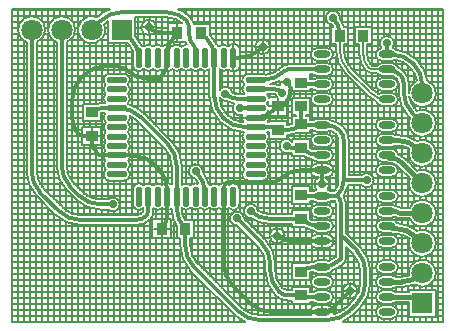
<source format=gbl>
G04 Layer_Physical_Order=2*
G04 Layer_Color=16711680*
%FSLAX25Y25*%
%MOIN*%
G70*
G01*
G75*
%ADD10C,0.01378*%
%ADD12C,0.00800*%
%ADD17R,0.03740X0.03937*%
%ADD19R,0.03937X0.03740*%
%ADD25C,0.00787*%
%ADD27R,0.07087X0.07087*%
%ADD28C,0.07087*%
%ADD29R,0.07087X0.07087*%
%ADD30C,0.02756*%
%ADD31C,0.00600*%
%ADD32C,0.01500*%
%ADD33O,0.02165X0.06890*%
%ADD34O,0.06890X0.02165*%
%ADD35O,0.05512X0.02362*%
D10*
X93996Y78487D02*
G03*
X93121Y80599I-2988J0D01*
G01*
X92087Y73879D02*
G03*
X93996Y78487I-4608J4608D01*
G01*
X89567Y72835D02*
G03*
X92087Y73879I0J3564D01*
G01*
X104331Y4311D02*
G03*
X108330Y5967I0J5655D01*
G01*
X97331Y51555D02*
G03*
X90260Y48626I0J-10000D01*
G01*
X87655Y47547D02*
G03*
X90260Y48626I0J3684D01*
G01*
X89370Y29724D02*
G03*
X93695Y27933I4325J4325D01*
G01*
X55685Y97023D02*
G03*
X52756Y89952I7071J-7071D01*
G01*
X76763Y89075D02*
G03*
X83834Y92004I0J10000D01*
G01*
X46555Y99213D02*
G03*
X50832Y97441I4277J4277D01*
G01*
X82185Y69095D02*
G03*
X88402Y71670I0J8792D01*
G01*
X50197Y81988D02*
G03*
X52756Y88166I-6178J6178D01*
G01*
X39296Y84917D02*
G03*
X36149Y86221I-3147J-3147D01*
G01*
X39296Y84917D02*
G03*
X46367Y81988I7071J7071D01*
G01*
X32095Y86221D02*
G03*
X25024Y83292I0J-10000D01*
G01*
X23992Y82260D02*
G03*
X21063Y75189I7071J-7071D01*
G01*
X27559Y61880D02*
G03*
X29626Y56890I7057J0D01*
G01*
X21063Y68810D02*
G03*
X23228Y63583I7393J0D01*
G01*
D02*
G03*
X24654Y62992I1426J1426D01*
G01*
X72976Y47547D02*
G03*
X72244Y47244I0J-1035D01*
G01*
D02*
G03*
X71653Y45818I1426J-1426D01*
G01*
X80457Y7240D02*
G03*
X87528Y4311I7071J7071D01*
G01*
X71653Y20185D02*
G03*
X74582Y13114I10000J0D01*
G01*
X52756Y45070D02*
G03*
X49827Y52141I-10000J0D01*
G01*
X29626Y56890D02*
G03*
X30577Y56496I950J950D01*
G01*
X48401Y53567D02*
G03*
X41330Y56496I-7071J-7071D01*
G01*
X127728Y90177D02*
G03*
X127620Y90177I-108J-9936D01*
G01*
X134646Y87267D02*
G03*
X127728Y90177I-7026J-7026D01*
G01*
X137795Y79975D02*
G03*
X134866Y87046I-10000J0D01*
G01*
X110236Y96995D02*
G03*
X107972Y102461I-7729J0D01*
G01*
X131559Y77622D02*
G03*
X134488Y70551I10000J0D01*
G01*
X130382Y83355D02*
G03*
X125984Y85177I-4398J-4398D01*
G01*
X131559Y80515D02*
G03*
X130382Y83355I-4017J0D01*
G01*
X119138Y48199D02*
G03*
X119685Y48425I0J773D01*
G01*
X111516Y61773D02*
G03*
X110236Y64862I-4369J0D01*
G01*
X119210Y48228D02*
G03*
X119685Y48425I0J672D01*
G01*
X110236Y64862D02*
G03*
X106149Y66555I-4087J-4087D01*
G01*
X97441Y66929D02*
G03*
X98344Y66555I903J903D01*
G01*
X109449Y43209D02*
G03*
X111516Y48199I-4990J4990D01*
G01*
X108783Y42933D02*
G03*
X109449Y43209I0J941D01*
G01*
X118799Y17758D02*
G03*
X115870Y24829I-10000J0D01*
G01*
Y7012D02*
G03*
X118799Y14083I-7071J7071D01*
G01*
X110581Y40475D02*
G03*
X109449Y43209I-3866J0D01*
G01*
X104331Y19311D02*
G03*
X110581Y21900I0J8839D01*
G01*
X106389Y1673D02*
G03*
X113460Y4602I0J10000D01*
G01*
X101290Y19311D02*
G03*
X97441Y17717I0J-5444D01*
G01*
X68504Y76091D02*
G03*
X71433Y69020I10000J0D01*
G01*
X71579Y68874D02*
G03*
X78650Y65945I7071J7071D01*
G01*
X68504Y89075D02*
G03*
X65790Y95628I-9267J0D01*
G01*
X43874Y69315D02*
G03*
X36803Y72244I-7071J-7071D01*
G01*
X30886D02*
G03*
X27559Y70866I0J-4705D01*
G01*
X92689Y64961D02*
G03*
X97441Y66929I0J6721D01*
G01*
X89567Y64961D02*
G03*
X87191Y65945I-2376J-2376D01*
G01*
X97441Y43307D02*
G03*
X98344Y42933I903J903D01*
G01*
X76402Y4602D02*
G03*
X83473Y1673I7071J7071D01*
G01*
X55905Y53141D02*
G03*
X52977Y60212I-10000J0D01*
G01*
X58760Y26386D02*
G03*
X61689Y19315I10000J0D01*
G01*
X55905Y38978D02*
G03*
X58760Y32087I9745J0D01*
G01*
X87106Y20267D02*
G03*
X84177Y27338I-10000J0D01*
G01*
X87106Y18119D02*
G03*
X90035Y11048I10000J0D01*
G01*
D02*
G03*
X92944Y9843I2909J2909D01*
G01*
X97441D02*
G03*
X98724Y9311I1283J1283D01*
G01*
X80610Y37894D02*
G03*
X86551Y35433I5940J5940D01*
G01*
X97441D02*
G03*
X103477Y32933I6036J6036D01*
G01*
X72146Y77067D02*
G03*
X76185Y75394I4039J4039D01*
G01*
X92520Y59646D02*
G03*
X93945Y59055I1426J1426D01*
G01*
X97441D02*
G03*
X103477Y56555I6036J6036D01*
G01*
X91142Y77461D02*
G03*
X88528Y78543I-2614J-2614D01*
G01*
X97441Y80709D02*
G03*
X98724Y80177I1283J1283D01*
G01*
X65354Y43988D02*
G03*
X62425Y51059I-10000J0D01*
G01*
X17559Y53118D02*
G03*
X20488Y46047I10000J0D01*
G01*
X23449Y43086D02*
G03*
X30520Y40157I7071J7071D01*
G01*
X43307Y89075D02*
G03*
X40760Y95224I-8697J0D01*
G01*
X45866Y36417D02*
G03*
X46457Y37843I-1426J1426D01*
G01*
X42540Y35039D02*
G03*
X45866Y36417I0J4705D01*
G01*
X7559Y51209D02*
G03*
X10488Y44138I10000J0D01*
G01*
X16658Y37968D02*
G03*
X23729Y35039I7071J7071D01*
G01*
X60039Y97092D02*
G03*
X61811Y92815I6049J0D01*
G01*
X60039Y99436D02*
G03*
X59153Y101575I-3024J0D01*
G01*
X62205Y91865D02*
G03*
X61811Y92815I-1344J0D01*
G01*
X59153Y101575D02*
G03*
X52738Y104232I-6416J-6416D01*
G01*
X37508D02*
G03*
X30437Y101303I0J-10000D01*
G01*
X93147Y85177D02*
G03*
X91807Y84622I0J-1896D01*
G01*
X84736Y81693D02*
G03*
X91807Y84622I0J10000D01*
G01*
X50886Y32087D02*
G03*
X52756Y36601I-4515J4515D01*
G01*
X97331Y51555D02*
X104331D01*
X83834Y92004D02*
X84547Y92716D01*
X92716Y81004D02*
X93121Y80599D01*
X88402Y71670D02*
X89567Y72835D01*
X93695Y27933D02*
X104331D01*
X87528Y4311D02*
X104331D01*
X55685Y97023D02*
X56102Y97441D01*
X50832D02*
X56102D01*
X74803Y89075D02*
X76763D01*
X52756D02*
Y89952D01*
X46367Y81988D02*
X50197D01*
X32095Y86221D02*
X36149D01*
X23992Y82260D02*
X25024Y83292D01*
X27559Y61880D02*
Y62992D01*
X35925Y56496D02*
X41330D01*
X21063Y68810D02*
Y75189D01*
X24654Y62992D02*
X27559D01*
X72976Y47547D02*
X87655D01*
X71653Y42815D02*
Y45818D01*
Y20185D02*
Y42815D01*
X74582Y13114D02*
X80457Y7240D01*
X48401Y53567D02*
X49827Y52141D01*
X52756Y42815D02*
Y45070D01*
X30577Y56496D02*
X35925D01*
X134646Y87267D02*
X134866Y87046D01*
X137795Y77244D02*
Y79975D01*
X110236Y96457D02*
Y96995D01*
X134488Y70551D02*
X135114Y69925D01*
X131559Y77622D02*
Y80515D01*
X111516Y48199D02*
Y61773D01*
Y48199D02*
X119138D01*
X104331Y66555D02*
X106149D01*
X98344D02*
X104331D01*
Y42933D02*
X108783D01*
X98344D02*
X104331D01*
X110581Y30118D02*
X115870Y24829D01*
X118799Y14083D02*
Y17758D01*
X110581Y30118D02*
Y40475D01*
Y21900D02*
Y30118D01*
X113460Y4602D02*
X115870Y7012D01*
X101290Y19311D02*
X104331D01*
X71433Y69020D02*
X71579Y68874D01*
X97441Y66929D02*
Y72835D01*
X82185Y65945D02*
X87191D01*
X78650D02*
X82185D01*
X63976Y97441D02*
X65790Y95628D01*
X68504Y76091D02*
Y89075D01*
X35925Y72244D02*
X36803D01*
X30886D02*
X35925D01*
X89567Y64961D02*
X92689D01*
X83473Y1673D02*
X106389D01*
X61689Y19315D02*
X76402Y4602D01*
X55905Y42815D02*
Y53141D01*
Y38978D02*
Y42815D01*
X43874Y69315D02*
X52977Y60212D01*
X58760Y26386D02*
Y32087D01*
X87106Y18119D02*
Y20267D01*
X98724Y9311D02*
X104331D01*
X92944Y9843D02*
X97441D01*
X75984Y35531D02*
X84177Y27338D01*
X86551Y35433D02*
X97441D01*
X103477Y32933D02*
X104331D01*
X76185Y75394D02*
X82185D01*
X93945Y59055D02*
X97441D01*
X103477Y56555D02*
X104331D01*
X82185Y78543D02*
X88528D01*
X98724Y80177D02*
X104331D01*
X62303Y51181D02*
X62425Y51059D01*
X65354Y42815D02*
Y43988D01*
X20488Y46047D02*
X23449Y43086D01*
X17559Y53118D02*
Y98425D01*
X30520Y40157D02*
X34564D01*
X37559Y98425D02*
X40760Y95224D01*
X23729Y35039D02*
X42540D01*
X7559Y51209D02*
Y98425D01*
X10488Y44138D02*
X16658Y37968D01*
X60039Y97092D02*
Y99436D01*
X62205Y89075D02*
Y91865D01*
X37508Y104232D02*
X52738D01*
X27559Y98425D02*
X30437Y101303D01*
X93147Y85177D02*
X104331D01*
X82185Y81693D02*
X84736D01*
X104331Y46891D02*
Y51555D01*
X125984Y90177D02*
Y93884D01*
X108330Y5967D02*
X113681Y11319D01*
X77086Y72244D02*
X82185D01*
X52756Y88166D02*
Y89075D01*
Y36601D02*
Y42815D01*
X46457Y37843D02*
Y42815D01*
D12*
X135839Y88460D02*
G03*
X129039Y91778I-8219J-8219D01*
G01*
X139383Y81499D02*
G03*
X136059Y88239I-11588J-1524D01*
G01*
X135983Y81409D02*
G03*
X133673Y85853I-8188J-1434D01*
G01*
X133452Y86074D02*
G03*
X128823Y88402I-5833J-5833D01*
G01*
X131576Y84549D02*
G03*
X129577Y86001I-5591J-5591D01*
G01*
X142337Y77244D02*
G03*
X139383Y81499I-4542J0D01*
G01*
X135983Y81409D02*
G03*
X133254Y77276I1812J-4165D01*
G01*
X133351Y76309D02*
G03*
X142337Y77244I4444J935D01*
G01*
X133351Y76309D02*
G03*
X135681Y71745I8208J1314D01*
G01*
X133246Y80515D02*
G03*
X131576Y84549I-5705J0D01*
G01*
X129872Y80515D02*
G03*
X129189Y82162I-2330J0D01*
G01*
X133246Y77622D02*
G03*
X133254Y77276I8313J0D01*
G01*
X129872Y77622D02*
G03*
X133295Y69358I11687J0D01*
G01*
X128361Y93884D02*
G03*
X124174Y92344I-2376J0D01*
G01*
X127794D02*
G03*
X128361Y93884I-1810J1540D01*
G01*
X129039Y91778D02*
G03*
X127794Y92344I-1479J-1601D01*
G01*
X127559Y87998D02*
G03*
X128823Y88402I0J2180D01*
G01*
X129577Y86001D02*
G03*
X127559Y87357I-2018J-824D01*
G01*
X124174Y92344D02*
G03*
X124409Y87998I235J-2167D01*
G01*
Y87357D02*
G03*
X122659Y86476I0J-2180D01*
G01*
X129189Y82162D02*
G03*
X127962Y83035I-3205J-3205D01*
G01*
X127559Y82998D02*
G03*
X127962Y83035I0J2180D01*
G01*
X127559Y77998D02*
G03*
X129739Y80177I0J2180D01*
G01*
D02*
G03*
X127559Y82357I-2180J0D01*
G01*
X129739Y75177D02*
G03*
X127559Y77357I-2180J0D01*
G01*
Y72998D02*
G03*
X129739Y75177I0J2180D01*
G01*
X122659Y83879D02*
G03*
X124409Y82998I1751J1298D01*
G01*
Y82357D02*
G03*
X124409Y77998I0J-2180D01*
G01*
Y77357D02*
G03*
X123281Y77042I0J-2180D01*
G01*
X121227Y78444D02*
G03*
X123281Y77042I4758J4764D01*
G01*
X122298Y74638D02*
G03*
X124409Y72998I2112J539D01*
G01*
X142337Y67244D02*
G03*
X136007Y71419I-4542J0D01*
G01*
X133621Y69033D02*
G03*
X142337Y67244I4175J-1788D01*
G01*
X135863Y61354D02*
G03*
X129490Y63304I-6373J-9442D01*
G01*
X142337Y57244D02*
G03*
X135863Y61354I-4542J0D01*
G01*
X133498Y58714D02*
G03*
X142337Y57244I4297J-1470D01*
G01*
Y47244D02*
G03*
X136068Y51444I-4542J0D01*
G01*
X132238Y55274D02*
G03*
X129699Y56967I-5504J-5504D01*
G01*
X133498Y58714D02*
G03*
X129490Y59807I-4008J-6801D01*
G01*
X127559Y64376D02*
G03*
X129739Y66555I0J2180D01*
G01*
D02*
G03*
X127559Y68735I-2180J0D01*
G01*
X128860Y63304D02*
G03*
X127559Y63735I-1301J-1748D01*
G01*
Y59376D02*
G03*
X128860Y59807I0J2180D01*
G01*
X124409Y68735D02*
G03*
X124409Y64376I0J-2180D01*
G01*
Y63735D02*
G03*
X124409Y59376I0J-2180D01*
G01*
X129699Y56967D02*
G03*
X127559Y58735I-2140J-412D01*
G01*
X129766Y52801D02*
G03*
X126734Y54057I-3032J-3032D01*
G01*
X129739Y51555D02*
G03*
X127559Y53735I-2180J0D01*
G01*
Y49376D02*
G03*
X129739Y51555I0J2180D01*
G01*
X124409Y58735D02*
G03*
X124409Y54376I0J-2180D01*
G01*
X125727D02*
G03*
X126734Y54057I1007J1429D01*
G01*
X125727Y54376D02*
G03*
X126734Y54057I1007J1429D01*
G01*
X124409Y53735D02*
G03*
X124409Y49376I0J-2180D01*
G01*
X111605Y99424D02*
G03*
X110337Y102226I-9098J-2428D01*
G01*
X119409Y90145D02*
G03*
X120895Y86551I5086J0D01*
G01*
X116812Y90145D02*
G03*
X119062Y84712I7683J0D01*
G01*
D02*
G03*
X121073Y83879I2011J2011D01*
G01*
X111535Y91741D02*
G03*
X114083Y85588I8702J0D01*
G01*
X108938Y91741D02*
G03*
X112247Y83751I11298J0D01*
G01*
X108039Y99424D02*
G03*
X107689Y100101I-5532J-2428D01*
G01*
X110349Y102461D02*
G03*
X107689Y100101I-2376J0D01*
G01*
X108085Y90177D02*
G03*
X105905Y92357I-2180J0D01*
G01*
Y87998D02*
G03*
X108085Y90177I0J2180D01*
G01*
X102756Y92357D02*
G03*
X102756Y87998I0J-2180D01*
G01*
X108085Y85177D02*
G03*
X105905Y87357I-2180J0D01*
G01*
Y82998D02*
G03*
X108085Y85177I0J2180D01*
G01*
X105905Y77998D02*
G03*
X108085Y80177I0J2180D01*
G01*
D02*
G03*
X105905Y82357I-2180J0D01*
G01*
X101376Y83490D02*
G03*
X102756Y82998I1379J1687D01*
G01*
Y87357D02*
G03*
X101376Y86865I0J-2180D01*
G01*
Y78490D02*
G03*
X102756Y77998I1379J1687D01*
G01*
Y82357D02*
G03*
X101376Y81865I0J-2180D01*
G01*
X119387Y76611D02*
G03*
X122298Y74638I6597J6597D01*
G01*
X113203Y61773D02*
G03*
X111429Y66055I-6056J0D01*
G01*
D02*
G03*
X107406Y68136I-5280J-5280D01*
G01*
X109040Y63673D02*
G03*
X107126Y64749I-2890J-2897D01*
G01*
X109828Y61773D02*
G03*
X109043Y63669I-2681J0D01*
G01*
X105905Y59376D02*
G03*
X108085Y61555I0J2180D01*
G01*
X105905Y72998D02*
G03*
X108085Y75177I0J2180D01*
G01*
D02*
G03*
X105905Y77357I-2180J0D01*
G01*
X107406Y68136D02*
G03*
X105905Y68735I-1500J-1581D01*
G01*
Y64376D02*
G03*
X107126Y64749I0J2180D01*
G01*
X108085Y61555D02*
G03*
X105905Y63735I-2180J0D01*
G01*
X121586Y48228D02*
G03*
X117507Y49886I-2376J0D01*
G01*
X105905Y54376D02*
G03*
X108085Y56555I0J2180D01*
G01*
D02*
G03*
X105905Y58735I-2180J0D01*
G01*
X108274Y51555D02*
G03*
X105905Y53924I-2369J0D01*
G01*
Y49187D02*
G03*
X108274Y51555I0J2369D01*
G01*
X106896Y46891D02*
G03*
X105476Y49187I-2565J0D01*
G01*
X102756Y77357D02*
G03*
X102756Y72998I0J-2180D01*
G01*
Y68735D02*
G03*
X101376Y68243I0J-2180D01*
G01*
Y64868D02*
G03*
X102756Y64376I1379J1687D01*
G01*
Y63735D02*
G03*
X102756Y59376I0J-2180D01*
G01*
Y58735D02*
G03*
X101719Y58472I0J-2180D01*
G01*
X100408Y58969D02*
G03*
X101719Y58472I3069J6122D01*
G01*
X101090Y55150D02*
G03*
X102756Y54376I1666J1405D01*
G01*
Y53924D02*
G03*
X102756Y49187I0J-2369D01*
G01*
X98454Y56187D02*
G03*
X101090Y55150I5023J8904D01*
G01*
X133595Y48972D02*
G03*
X142337Y47244I4200J-1728D01*
G01*
Y37244D02*
G03*
X133604Y38993I-4542J0D01*
G01*
X130791D02*
G03*
X128882Y39665I-2275J-3412D01*
G01*
X128943Y36008D02*
G03*
X130179Y35496I1236J1236D01*
G01*
X128941Y36010D02*
G03*
X130179Y35496I1238J1234D01*
G01*
X133604D02*
G03*
X142337Y37244I4192J1748D01*
G01*
Y27244D02*
G03*
X135986Y31410I-4542J0D01*
G01*
X133553Y28867D02*
G03*
X142337Y27244I4242J-1623D01*
G01*
X135986Y31410D02*
G03*
X129510Y33904I-7272J-9227D01*
G01*
X129739Y42933D02*
G03*
X127559Y45113I-2180J0D01*
G01*
Y40753D02*
G03*
X129739Y42933I0J2180D01*
G01*
X128882Y39665D02*
G03*
X127559Y40113I-1323J-1732D01*
G01*
Y35754D02*
G03*
X128777Y36125I0J2180D01*
G01*
X117567Y46511D02*
G03*
X121586Y48228I1643J1717D01*
G01*
X124409Y45113D02*
G03*
X124409Y40753I0J-2180D01*
G01*
Y40113D02*
G03*
X124409Y35754I0J-2180D01*
G01*
X129510Y33904D02*
G03*
X127559Y35113I-1951J-971D01*
G01*
X133553Y28867D02*
G03*
X128714Y30435I-4839J-6684D01*
G01*
X126168Y30753D02*
G03*
X127795Y30435I1627J3990D01*
G01*
X127559Y25754D02*
G03*
X129739Y27933I0J2180D01*
G01*
D02*
G03*
X127559Y30113I-2180J0D01*
G01*
X124409Y35113D02*
G03*
X124409Y30753I0J-2180D01*
G01*
Y30113D02*
G03*
X124409Y25754I0J-2180D01*
G01*
X142337Y17244D02*
G03*
X133318Y16479I-4542J0D01*
G01*
X135261Y13476D02*
G03*
X142337Y17244I2535J3769D01*
G01*
X130720Y16059D02*
G03*
X133318Y16479I0J8252D01*
G01*
X130720Y12563D02*
G03*
X135261Y13476I0J11748D01*
G01*
X133254Y11048D02*
G03*
X132805Y11059I-448J-8794D01*
G01*
X133254Y7544D02*
G03*
X132805Y7563I-448J-5289D01*
G01*
X129739Y19311D02*
G03*
X127559Y21490I-2180J0D01*
G01*
Y17131D02*
G03*
X129739Y19311I0J2180D01*
G01*
X127559Y12132D02*
G03*
X128860Y12563I0J2180D01*
G01*
Y16059D02*
G03*
X127559Y16490I-1301J-1748D01*
G01*
X124409Y21490D02*
G03*
X124409Y17131I0J-2180D01*
G01*
Y16490D02*
G03*
X124409Y12132I0J-2180D01*
G01*
X128860Y11059D02*
G03*
X127559Y11490I-1301J-1748D01*
G01*
Y7131D02*
G03*
X128860Y7563I0J2180D01*
G01*
X129739Y4311D02*
G03*
X127559Y6491I-2180J0D01*
G01*
Y2131D02*
G03*
X129739Y4311I0J2180D01*
G01*
X124409Y11490D02*
G03*
X124409Y7131I0J-2180D01*
G01*
X117063Y5819D02*
G03*
X120487Y14083I-8264J8264D01*
G01*
X124409Y6491D02*
G03*
X124409Y2131I0J-2180D01*
G01*
X108462Y44620D02*
G03*
X109828Y48199I-4003J3578D01*
G01*
X111589Y43137D02*
G03*
X113039Y46511I-7130J5062D01*
G01*
X112268Y40475D02*
G03*
X111589Y43137I-5553J0D01*
G01*
X108894Y40475D02*
G03*
X108753Y41246I-2179J0D01*
G01*
X106165Y45097D02*
G03*
X106896Y46891I-1834J1794D01*
G01*
X105905Y40753D02*
G03*
X107285Y41246I0J2180D01*
G01*
Y44620D02*
G03*
X106165Y45097I-1379J-1687D01*
G01*
X105905Y35754D02*
G03*
X108085Y37933I0J2180D01*
G01*
D02*
G03*
X105905Y40113I-2180J0D01*
G01*
X108085Y32933D02*
G03*
X105905Y35113I-2180J0D01*
G01*
X120487Y17758D02*
G03*
X117063Y26022I-11687J0D01*
G01*
X105905Y30753D02*
G03*
X108085Y32933I0J2180D01*
G01*
X108274Y27933D02*
G03*
X105905Y30302I-2369J0D01*
G01*
Y25565D02*
G03*
X108274Y27933I0J2369D01*
G01*
X103185Y49187D02*
G03*
X102497Y45097I1145J-2295D01*
G01*
D02*
G03*
X101376Y44620I259J-2164D01*
G01*
Y41246D02*
G03*
X102756Y40753I1379J1687D01*
G01*
Y35113D02*
G03*
X101719Y34850I0J-2180D01*
G01*
X102756Y40113D02*
G03*
X102756Y35754I0J-2180D01*
G01*
X101090Y31528D02*
G03*
X102756Y30753I1666J1405D01*
G01*
X100408Y35346D02*
G03*
X101719Y34850I3069J6122D01*
G01*
X98454Y32565D02*
G03*
X101090Y31528I5023J8904D01*
G01*
X102756Y30302D02*
G03*
X102756Y25565I0J-2369D01*
G01*
X117112Y17758D02*
G03*
X114677Y23636I-8313J0D01*
G01*
X111774Y20707D02*
G03*
X112268Y21900I-1193J1193D01*
G01*
X111774Y20707D02*
G03*
X112268Y21900I-1193J1193D01*
G01*
X106613Y21372D02*
G03*
X108894Y22643I-2283J6778D01*
G01*
X106613Y21372D02*
G03*
X105905Y21490I-708J-2061D01*
G01*
X107784Y18206D02*
G03*
X111774Y20707I-3454J9944D01*
G01*
X108085Y14311D02*
G03*
X105905Y16490I-2180J0D01*
G01*
Y17131D02*
G03*
X107784Y18206I0J2180D01*
G01*
X105905Y12132D02*
G03*
X108085Y14311I0J2180D01*
G01*
X114677Y8205D02*
G03*
X117112Y14083I-5878J5878D01*
G01*
X116246Y11319D02*
G03*
X116246Y11319I-2565J0D01*
G01*
X111192Y1018D02*
G03*
X114654Y3409I-4803J10655D01*
G01*
X108085Y9311D02*
G03*
X105905Y11490I-2180J0D01*
G01*
Y7131D02*
G03*
X108085Y9311I0J2180D01*
G01*
X108148Y3549D02*
G03*
X112267Y5795I-1759J8124D01*
G01*
X108148Y3549D02*
G03*
X108274Y4311I-2242J762D01*
G01*
X102756Y21490D02*
G03*
X101376Y20998I0J-2180D01*
G01*
X101290D02*
G03*
X98898Y20585I0J-7131D01*
G01*
X101376Y17624D02*
G03*
X102756Y17131I1379J1687D01*
G01*
Y16490D02*
G03*
X102756Y12132I0J-2180D01*
G01*
X101290Y17624D02*
G03*
X100408Y17518I0J-3757D01*
G01*
X102756Y11490D02*
G03*
X101376Y10998I0J-2180D01*
G01*
Y7624D02*
G03*
X102756Y7131I1379J1687D01*
G01*
X108274Y4311D02*
G03*
X105905Y6679I-2369J0D01*
G01*
X102756D02*
G03*
X100586Y3361I0J-2369D01*
G01*
X87113Y92716D02*
G03*
X87113Y92716I-2565J0D01*
G01*
X77073Y91437D02*
G03*
X73098Y92935I-2270J0D01*
G01*
X93147Y86865D02*
G03*
X90614Y85815I0J-3583D01*
G01*
X85686Y83435D02*
G03*
X90614Y85815I-950J8258D01*
G01*
X90174Y81348D02*
G03*
X90404Y79893I2542J-344D01*
G01*
X85686Y83435D02*
G03*
X84547Y83774I-1139J-1742D01*
G01*
X87019Y80231D02*
G03*
X90174Y81348I-2283J11462D01*
G01*
X70191Y85232D02*
G03*
X73098Y85214I1462J1481D01*
G01*
D02*
G03*
X77073Y86713I1705J1498D01*
G01*
X79823Y83774D02*
G03*
X78462Y80118I0J-2081D01*
G01*
X61625Y100408D02*
G03*
X60347Y102768I-4611J-972D01*
G01*
D02*
G03*
X56390Y105281I-7609J-7609D01*
G01*
X57736Y100597D02*
G03*
X52738Y102545I-4998J-5438D01*
G01*
X73098Y92935D02*
G03*
X70079Y92797I-1444J-1498D01*
G01*
X70079D02*
G03*
X69323Y93350I-1575J-1361D01*
G01*
D02*
G03*
X66983Y96821I-10086J-4276D01*
G01*
X63779Y85352D02*
G03*
X66817Y85232I1575J1361D01*
G01*
X60630Y85352D02*
G03*
X63779Y85352I1575J1361D01*
G01*
X58879Y94285D02*
G03*
X59231Y93511I7209J2807D01*
G01*
D02*
G03*
X57480Y92797I-176J-2074D01*
G01*
X57480D02*
G03*
X54461Y92935I-1575J-1361D01*
G01*
X57480Y85352D02*
G03*
X60630Y85352I1575J1361D01*
G01*
X54461Y85214D02*
G03*
X57480Y85352I1444J1498D01*
G01*
X93278Y78501D02*
G03*
X94474Y79135I-562J2503D01*
G01*
X93518Y77461D02*
G03*
X93278Y78501I-2376J0D01*
G01*
X92723Y75687D02*
G03*
X93518Y77461I-1581J1774D01*
G01*
X90404Y79893D02*
G03*
X88528Y80231I-1876J-5046D01*
G01*
X88851Y76830D02*
G03*
X89356Y75892I2291J631D01*
G01*
X88851Y76830D02*
G03*
X88528Y76856I-323J-1983D01*
G01*
X86628Y75394D02*
G03*
X86568Y75892I-2081J0D01*
G01*
X92689Y63273D02*
G03*
X96241Y64061I0J8408D01*
G01*
X92689Y66648D02*
G03*
X94474Y66975I0J5033D01*
G01*
X86817Y69095D02*
G03*
X86712Y69777I-2270J0D01*
G01*
D02*
G03*
X86411Y70390I-2165J-683D01*
G01*
X86600Y62453D02*
G03*
X86628Y62795I-2053J342D01*
G01*
X78462Y80118D02*
G03*
X78342Y77081I1361J-1575D01*
G01*
X86568Y75892D02*
G03*
X86028Y76856I-2021J-498D01*
G01*
X74490Y77455D02*
G03*
X76185Y77081I1695J3651D01*
G01*
X86046Y70800D02*
G03*
X86411Y71318I-1498J1444D01*
G01*
Y70390D02*
G03*
X86046Y70800I-1864J-1296D01*
G01*
X85908Y73819D02*
G03*
X86411Y74468I-1361J1575D01*
G01*
X72461Y74712D02*
G03*
X75066Y73791I3724J6395D01*
G01*
X86411Y73170D02*
G03*
X85908Y73819I-1864J-926D01*
G01*
X74490Y77455D02*
G03*
X70191Y78419I-2344J-389D01*
G01*
X70200Y75702D02*
G03*
X72461Y74712I1945J1365D01*
G01*
X86284Y67632D02*
G03*
X86817Y69095I-1736J1462D01*
G01*
X77759Y70040D02*
G03*
X78070Y67653I2064J-946D01*
G01*
X70386Y67681D02*
G03*
X78346Y64261I8264J8264D01*
G01*
X86600Y63138D02*
G03*
X86028Y64258I-2053J-342D01*
G01*
X85908Y61221D02*
G03*
X86600Y62453I-1361J1575D01*
G01*
X78346Y64261D02*
G03*
X78462Y61221I1477J-1466D01*
G01*
X75066Y73791D02*
G03*
X77759Y70040I1804J-1547D01*
G01*
X70201Y75702D02*
G03*
X72626Y70213I8303J389D01*
G01*
X66817Y76091D02*
G03*
X70240Y67827I11687J0D01*
G01*
X72772Y70067D02*
G03*
X78070Y67653I5878J5878D01*
G01*
X49121Y99213D02*
G03*
X49121Y99213I-2565J0D01*
G01*
X33698Y105281D02*
G03*
X29348Y102600I3810J-11049D01*
G01*
X33017Y101227D02*
G03*
X31734Y100212I4491J-6995D01*
G01*
X32101Y98425D02*
G03*
X31734Y100212I-4542J0D01*
G01*
X54461Y92935D02*
G03*
X51051Y92935I-1705J-1498D01*
G01*
D02*
G03*
X48031Y92797I-1444J-1498D01*
G01*
D02*
G03*
X44882Y92797I-1575J-1361D01*
G01*
X44062Y93376D02*
G03*
X42101Y96267I-9451J-4302D01*
G01*
X41226Y91391D02*
G03*
X39710Y93884I-6616J-2316D01*
G01*
X44882Y92797D02*
G03*
X44062Y93376I-1575J-1361D01*
G01*
X29348Y102600D02*
G03*
X32101Y98425I-1789J-4174D01*
G01*
X19247Y94209D02*
G03*
X22101Y98425I-1687J4217D01*
G01*
D02*
G03*
X15872Y94209I-4542J0D01*
G01*
X9246D02*
G03*
X12101Y98425I-1687J4217D01*
G01*
D02*
G03*
X5872Y94209I-4542J0D01*
G01*
X48031Y85352D02*
G03*
X51051Y85214I1575J1361D01*
G01*
D02*
G03*
X54461Y85214I1705J1498D01*
G01*
X44882Y85352D02*
G03*
X48031Y85352I1575J1361D01*
G01*
X41226Y86713D02*
G03*
X44882Y85352I2081J0D01*
G01*
X39648Y80118D02*
G03*
X40369Y81693I-1361J1575D01*
G01*
X45067Y70508D02*
G03*
X39946Y73501I-8264J-8264D01*
G01*
X40369Y78543D02*
G03*
X39648Y80118I-2081J0D01*
G01*
X40369Y81693D02*
G03*
X38287Y83774I-2081J0D01*
G01*
X39648Y76968D02*
G03*
X40369Y78543I-1361J1575D01*
G01*
Y75394D02*
G03*
X39648Y76968I-2081J0D01*
G01*
Y73819D02*
G03*
X40369Y75394I-1361J1575D01*
G01*
X33563Y83774D02*
G03*
X32203Y80118I0J-2081D01*
G01*
Y80118D02*
G03*
X32203Y76968I1361J-1575D01*
G01*
D02*
G03*
X32082Y73931I1361J-1575D01*
G01*
X39946Y73501D02*
G03*
X39648Y73819I-1659J-1257D01*
G01*
X30886Y70557D02*
G03*
X30526Y70535I0J-3017D01*
G01*
X30886Y73931D02*
G03*
X29312Y73735I0J-6392D01*
G01*
X42681Y68122D02*
G03*
X40241Y69812I-5878J-5878D01*
G01*
X40369Y69095D02*
G03*
X40241Y69812I-2081J0D01*
G01*
X39648Y61221D02*
G03*
X40369Y62795I-1361J1575D01*
G01*
Y65945D02*
G03*
X39648Y67520I-2081J0D01*
G01*
Y67520D02*
G03*
X40369Y69095I-1361J1575D01*
G01*
X32203Y67520D02*
G03*
X32203Y64370I1361J-1575D01*
G01*
X32082Y70557D02*
G03*
X32203Y67520I1481J-1462D01*
G01*
X40369Y62795D02*
G03*
X39648Y64370I-2081J0D01*
G01*
Y64370D02*
G03*
X40369Y65945I-1361J1575D01*
G01*
X32203Y64370D02*
G03*
X32203Y61221I1361J-1575D01*
G01*
X94474Y60998D02*
G03*
X93344Y57417I-1954J-1352D01*
G01*
X93344D02*
G03*
X93945Y57368I601J3655D01*
G01*
X85908Y58071D02*
G03*
X86628Y59646I-1361J1575D01*
G01*
D02*
G03*
X85908Y61221I-2081J0D01*
G01*
Y54921D02*
G03*
X86628Y56496I-1361J1575D01*
G01*
D02*
G03*
X85908Y58071I-2081J0D01*
G01*
X86628Y53347D02*
G03*
X85908Y54921I-2081J0D01*
G01*
X78462Y58071D02*
G03*
X78462Y54921I1361J-1575D01*
G01*
Y61221D02*
G03*
X78462Y58071I1361J-1575D01*
G01*
X86628Y50197D02*
G03*
X85908Y51772I-2081J0D01*
G01*
D02*
G03*
X86628Y53347I-1361J1575D01*
G01*
X84547Y48116D02*
G03*
X86628Y50197I0J2081D01*
G01*
X78462Y54921D02*
G03*
X78462Y51772I1361J-1575D01*
G01*
D02*
G03*
X79823Y48116I1361J-1575D01*
G01*
X82972Y38154D02*
G03*
X86551Y37121I3578J5681D01*
G01*
X80826Y35527D02*
G03*
X86551Y33746I5725J8307D01*
G01*
X82972Y38154D02*
G03*
X80826Y35527I-2362J-260D01*
G01*
X64679Y51181D02*
G03*
X62124Y48812I-2376J0D01*
G01*
X63075Y47067D02*
G03*
X62124Y48812I-7721J-3080D01*
G01*
X66709Y46757D02*
G03*
X64675Y51039I-11355J-2769D01*
G01*
X76884Y45177D02*
G03*
X73359Y46676I-2081J0D01*
G01*
Y38954D02*
G03*
X76884Y40453I1444J1498D01*
G01*
X73359Y46676D02*
G03*
X69948Y46676I-1705J-1498D01*
G01*
D02*
G03*
X66929Y46538I-1444J-1498D01*
G01*
Y39092D02*
G03*
X69948Y38954I1575J1361D01*
G01*
X78361Y35541D02*
G03*
X75974Y33155I-2376J-10D01*
G01*
X69948Y38954D02*
G03*
X73359Y38954I1705J1498D01*
G01*
X66929Y46538D02*
G03*
X66709Y46757I-1575J-1361D01*
G01*
X63075Y47067D02*
G03*
X60630Y46538I-871J-1890D01*
G01*
X63779Y39092D02*
G03*
X66929Y39092I1575J1361D01*
G01*
X60630D02*
G03*
X63779Y39092I1575J1361D01*
G01*
X60630Y46538D02*
G03*
X57593Y46658I-1575J-1361D01*
G01*
X57593Y38972D02*
G03*
X60630Y39092I1462J1481D01*
G01*
X91935Y29724D02*
G03*
X91935Y29724I-2565J0D01*
G01*
X88794Y20267D02*
G03*
X85370Y28532I-11687J0D01*
G01*
X85419Y20267D02*
G03*
X82984Y26145I-8313J0D01*
G01*
X91228Y12241D02*
G03*
X92944Y11530I1716J1716D01*
G01*
X88794Y18119D02*
G03*
X91228Y12241I8313J0D01*
G01*
X88842Y9854D02*
G03*
X92944Y8155I4102J4102D01*
G01*
X85419Y18119D02*
G03*
X88842Y9854I11687J0D01*
G01*
X57072Y26386D02*
G03*
X60496Y18122I11687J0D01*
G01*
X60447Y26386D02*
G03*
X62882Y20508I8313J0D01*
G01*
X77595Y5795D02*
G03*
X83473Y3361I5878J5878D01*
G01*
X75209Y3409D02*
G03*
X78670Y1018I8264J8264D01*
G01*
X57593Y53141D02*
G03*
X54170Y61406I-11687J0D01*
G01*
X54218Y53141D02*
G03*
X51783Y59019I-8313J0D01*
G01*
X40558Y56496D02*
G03*
X39786Y58201I-2270J0D01*
G01*
Y54791D02*
G03*
X40558Y56496I-1498J1705D01*
G01*
X40369Y50197D02*
G03*
X39648Y51772I-2081J0D01*
G01*
X39786Y58201D02*
G03*
X40369Y59646I-1498J1444D01*
G01*
D02*
G03*
X39648Y61221I-2081J0D01*
G01*
X32203D02*
G03*
X32065Y58201I1361J-1575D01*
G01*
D02*
G03*
X32065Y54791I1498J-1705D01*
G01*
X39648Y51772D02*
G03*
X40369Y53347I-1361J1575D01*
G01*
D02*
G03*
X39786Y54791I-2081J0D01*
G01*
X38287Y48116D02*
G03*
X40369Y50197I0J2081D01*
G01*
X32065Y54791D02*
G03*
X32203Y51772I1498J-1444D01*
G01*
D02*
G03*
X33563Y48116I1361J-1575D01*
G01*
X54218Y46914D02*
G03*
X51051Y46676I-1462J-1736D01*
G01*
D02*
G03*
X48031Y46538I-1444J-1498D01*
G01*
D02*
G03*
X44882Y46538I-1575J-1361D01*
G01*
X44882D02*
G03*
X41226Y45177I-1575J-1361D01*
G01*
X15872Y53118D02*
G03*
X19295Y44854I11687J0D01*
G01*
X19247Y53118D02*
G03*
X21681Y47241I8313J0D01*
G01*
X9246Y51209D02*
G03*
X11681Y45331I8313J0D01*
G01*
X5872Y51209D02*
G03*
X9295Y42945I11687J0D01*
G01*
X57593Y38972D02*
G03*
X58613Y35054I8058J6D01*
G01*
X54221Y38719D02*
G03*
X55891Y33023I11430J259D01*
G01*
X51051Y38954D02*
G03*
X54221Y38719I1705J1498D01*
G01*
X48144Y38972D02*
G03*
X51051Y38954I1462J1481D01*
G01*
X41226Y40453D02*
G03*
X44769Y38972I2081J0D01*
G01*
X36941Y40157D02*
G03*
X32891Y41845I-2376J0D01*
G01*
X47059Y35224D02*
G03*
X48144Y37843I-2619J2619D01*
G01*
X42540Y33352D02*
G03*
X47059Y35224I0J6392D01*
G01*
X42540Y36727D02*
G03*
X44673Y37611I0J3017D01*
G01*
X32891Y38470D02*
G03*
X36941Y40157I1673J1687D01*
G01*
X22256Y41893D02*
G03*
X30520Y38470I8264J8264D01*
G01*
X24642Y44280D02*
G03*
X30520Y41845I5878J5878D01*
G01*
X15464Y36775D02*
G03*
X23729Y33352I8264J8264D01*
G01*
X17851Y39162D02*
G03*
X23729Y36727I5878J5878D01*
G01*
X135841Y88458D02*
X136057Y88241D01*
X135150Y89096D02*
Y105281D01*
X139150Y82745D02*
Y105281D01*
X137150Y86982D02*
Y105281D01*
X135086Y89150D02*
X144651D01*
X131633Y91150D02*
X144651D01*
X138275Y85150D02*
X144651D01*
X137021Y87150D02*
X144651D01*
X139043Y83150D02*
X144651D01*
X132601D02*
X135478D01*
X133150Y90465D02*
Y105281D01*
X131150Y91316D02*
Y105281D01*
Y84944D02*
Y87696D01*
X129150Y86667D02*
Y88347D01*
Y91763D02*
Y105281D01*
X130902Y85150D02*
X134301D01*
X133455Y86071D02*
X133671Y85855D01*
X133150Y81561D02*
Y86361D01*
X128486Y87150D02*
X132127D01*
X129150Y81667D02*
Y82201D01*
X140113Y81150D02*
X144651D01*
X141150Y80306D02*
Y105281D01*
X141918Y79150D02*
X144651D01*
X133211Y81150D02*
X135477D01*
X135150Y80936D02*
Y83850D01*
X141825Y75150D02*
X144651D01*
X142336Y77150D02*
X144651D01*
X141150Y70306D02*
Y74182D01*
X135150Y72329D02*
Y73553D01*
X133246Y79150D02*
X133673D01*
X133246Y77622D02*
Y80515D01*
X129481Y79150D02*
X129872D01*
Y77622D02*
Y80515D01*
X129738Y75150D02*
X130136D01*
X128486Y77150D02*
X129881D01*
X129150Y76667D02*
Y78687D01*
Y68045D02*
Y73687D01*
X127995Y95150D02*
X144651D01*
X120979Y99150D02*
X144651D01*
X110958Y101150D02*
X144651D01*
X110247Y103150D02*
X144651D01*
X120979Y97150D02*
X144651D01*
X128244Y93150D02*
X144651D01*
X124409Y87357D02*
X127559D01*
X124409Y87998D02*
X127559D01*
X127150Y95955D02*
Y105281D01*
X125150Y96109D02*
Y105281D01*
X123150Y91956D02*
Y105281D01*
X120979Y95150D02*
X123973D01*
X119409Y93150D02*
X123724D01*
X127150Y87357D02*
Y87998D01*
X125150Y87357D02*
Y87998D01*
X123150Y86956D02*
Y88399D01*
X120384Y87150D02*
X123482D01*
X121073Y86476D02*
X122659D01*
X124409Y82357D02*
X127559D01*
X124409Y82998D02*
X127559D01*
X127150Y82357D02*
Y82998D01*
Y77357D02*
Y77998D01*
X124409D02*
X127559D01*
X125150Y77357D02*
Y77998D01*
X124409Y77357D02*
X127559D01*
X125150Y82357D02*
Y82998D01*
X123150Y81956D02*
Y83399D01*
X116521Y83150D02*
X123610D01*
X121073Y83879D02*
X122659D01*
X123048Y77150D02*
X123482D01*
X123150Y77101D02*
Y78399D01*
X120521Y79150D02*
X122487D01*
X139761Y73150D02*
X144651D01*
X139150Y71579D02*
Y72909D01*
X141918Y69150D02*
X144651D01*
X140113Y71150D02*
X144651D01*
X137150Y71740D02*
Y72749D01*
X141825Y65150D02*
X144651D01*
X142336Y67150D02*
X144651D01*
X141150Y60306D02*
Y64182D01*
X139761Y63150D02*
X144651D01*
X139150Y61579D02*
Y62909D01*
X140113Y61150D02*
X144651D01*
X135683Y71742D02*
X136007Y71419D01*
X134552Y73150D02*
X135830D01*
X133297Y69356D02*
X133621Y69033D01*
X129656Y67150D02*
X133255D01*
X131150Y63182D02*
Y72308D01*
X133150Y62700D02*
Y69506D01*
X131356Y63150D02*
X135830D01*
X135150Y61798D02*
Y63552D01*
X137150Y61740D02*
Y62748D01*
X129225Y65150D02*
X133765D01*
X129150Y63304D02*
Y65065D01*
X142336Y57150D02*
X144651D01*
X141918Y59150D02*
X144651D01*
X141825Y55150D02*
X144651D01*
X141150Y50306D02*
Y54182D01*
X139761Y53150D02*
X144651D01*
X141918Y49150D02*
X144651D01*
X140113Y51150D02*
X144651D01*
X142336Y47150D02*
X144651D01*
X139150Y51579D02*
Y52909D01*
X137150Y51740D02*
Y52749D01*
X131150Y56180D02*
Y59630D01*
X133150Y54362D02*
Y58907D01*
X129150Y58045D02*
Y59807D01*
X129656Y57150D02*
X133255D01*
X134362Y53150D02*
X135830D01*
X132362Y55150D02*
X133765D01*
X135150Y52362D02*
Y53553D01*
X132238Y55274D02*
X136068Y51444D01*
X129701Y51150D02*
X131417D01*
X129766Y52801D02*
X133595Y48972D01*
X128359Y73150D02*
X130761D01*
X124409Y72998D02*
X127559D01*
X100408Y69150D02*
X133503D01*
X100408Y71150D02*
X131828D01*
X124409Y68735D02*
X127559D01*
X128860Y63304D02*
X129490D01*
X128860Y59807D02*
X129490D01*
X124409Y63735D02*
X127559D01*
X124409Y59376D02*
X127559D01*
X127150Y68735D02*
Y72998D01*
X125150Y68735D02*
Y72998D01*
X123150Y68334D02*
Y73399D01*
X106705Y73150D02*
X123610D01*
X112174Y65150D02*
X122744D01*
X124409Y64376D02*
X127559D01*
X125150Y63735D02*
Y64376D01*
X127150Y63735D02*
Y64376D01*
X123150Y63334D02*
Y64776D01*
X113045Y63150D02*
X122924D01*
X127150Y58735D02*
Y59376D01*
X113203Y59150D02*
X132643D01*
X124409Y58735D02*
X127559D01*
X124409Y53735D02*
X127559D01*
X129045Y53150D02*
X129371D01*
X121400Y49150D02*
X133417D01*
X124409Y49376D02*
X127559D01*
X121327Y47150D02*
X133255D01*
X125150Y58735D02*
Y59376D01*
X123150Y58334D02*
Y59777D01*
X124409Y54376D02*
X125727D01*
X113203Y55150D02*
X122744D01*
X123150Y53334D02*
Y54777D01*
X127150Y53735D02*
Y54036D01*
X125150Y53735D02*
Y54376D01*
X113203Y53150D02*
X122924D01*
X120979Y93490D02*
Y99424D01*
X119150D02*
Y105281D01*
X119409Y93490D02*
X120979D01*
X119409Y90145D02*
Y93490D01*
X115242Y99424D02*
X120979D01*
X117150D02*
Y105281D01*
X113105Y95150D02*
X115242D01*
X119409Y91150D02*
X122459D01*
X115242Y93490D02*
X116812D01*
Y90145D02*
Y93490D01*
X111555Y91150D02*
X116812D01*
X111535Y93150D02*
X116812D01*
X111929Y89150D02*
X116876D01*
X113105Y93490D02*
Y99424D01*
X111605D02*
X113105D01*
X115242Y93490D02*
Y99424D01*
X111150Y100734D02*
Y105281D01*
X109150Y104525D02*
Y105281D01*
X113105Y97150D02*
X115242D01*
X113105Y99150D02*
X115242D01*
X111535Y91741D02*
Y93490D01*
X113105D01*
X108938Y91741D02*
Y93490D01*
X107856Y91150D02*
X108953D01*
X119507Y89150D02*
X122487D01*
X121150Y86476D02*
Y105281D01*
X117150Y82521D02*
Y87891D01*
X112844Y87150D02*
X117420D01*
X114083Y85588D02*
X121223Y78448D01*
X119150Y80521D02*
Y84628D01*
X121150Y78521D02*
Y83879D01*
X118521Y81150D02*
X122459D01*
X114521Y85150D02*
X118657D01*
X112247Y83751D02*
X119384Y76614D01*
X113150Y86691D02*
Y105281D01*
X115150Y84521D02*
Y105281D01*
X108085Y85150D02*
X111059D01*
X109150Y67613D02*
Y89563D01*
X115150Y49886D02*
Y80849D01*
X113150Y62576D02*
Y82849D01*
X117150Y49886D02*
Y78849D01*
X107828Y79150D02*
X116849D01*
X107856Y81150D02*
X114849D01*
X111150Y66321D02*
Y85026D01*
X107368Y99424D02*
X108039D01*
X107368Y93490D02*
X108938D01*
X107368D02*
Y99424D01*
X107150Y104690D02*
Y105281D01*
Y91967D02*
Y100231D01*
X106833Y87150D02*
X109913D01*
X107828Y89150D02*
X109239D01*
X107150Y86967D02*
Y88388D01*
X102756Y92357D02*
X105905D01*
X105150D02*
Y105281D01*
X103150Y92357D02*
Y105281D01*
X101150Y91650D02*
Y105281D01*
X97150Y86865D02*
Y105281D01*
X95150Y86865D02*
Y105281D01*
X99150Y86865D02*
Y105281D01*
X102756Y87998D02*
X105905D01*
X103150Y87357D02*
Y87998D01*
X105150Y87357D02*
Y87998D01*
X102756Y87357D02*
X105905D01*
X101150Y86865D02*
Y88704D01*
X106705Y83150D02*
X112849D01*
X107150Y81967D02*
Y83388D01*
X102756Y82998D02*
X105905D01*
X103150Y82357D02*
Y82998D01*
X105150Y82357D02*
Y82998D01*
X107150Y76967D02*
Y78388D01*
X102756Y82357D02*
X105905D01*
X103150Y77357D02*
Y77998D01*
X105150Y77357D02*
Y77998D01*
X101150Y81865D02*
Y83490D01*
X100408Y83150D02*
X101956D01*
X100408Y83490D02*
X101376D01*
X100408Y81865D02*
Y83490D01*
X101150Y76650D02*
Y78490D01*
X100408D02*
X101376D01*
X100408Y81865D02*
X101376D01*
X100408Y77840D02*
Y78490D01*
X108085Y75150D02*
X121283D01*
X110038Y67150D02*
X122313D01*
X106833Y77150D02*
X118849D01*
X113203Y61150D02*
X122268D01*
X113203Y57150D02*
X122313D01*
X108047Y61150D02*
X109828D01*
X107391Y63150D02*
X109448D01*
X107150Y68345D02*
Y73388D01*
X105150Y68735D02*
Y72998D01*
X107150Y63345D02*
Y64744D01*
Y58345D02*
Y59766D01*
X105150Y63735D02*
Y64376D01*
X103150Y63735D02*
Y64376D01*
X105150Y58735D02*
Y59376D01*
X119150Y50604D02*
Y76849D01*
X113203Y49886D02*
Y61773D01*
X121150Y49601D02*
Y75229D01*
X109828Y48199D02*
Y61773D01*
X107571Y55150D02*
X109828D01*
X108002Y57150D02*
X109828D01*
X107657Y53150D02*
X109828D01*
X113203Y51150D02*
X122268D01*
X113203Y49886D02*
X117507D01*
X105547Y49150D02*
X109828D01*
X108239Y51150D02*
X109828D01*
X113039Y46511D02*
X117567D01*
X107150Y53570D02*
Y54766D01*
X105150Y53924D02*
Y54376D01*
X105476Y49187D02*
X105905D01*
X106883Y47150D02*
X109725D01*
X102756Y77357D02*
X105905D01*
X102756Y77998D02*
X105905D01*
X102756Y72998D02*
X105905D01*
X103150Y68735D02*
Y72998D01*
X100408Y73150D02*
X101956D01*
X102756Y64376D02*
X105905D01*
X102756Y68735D02*
X105905D01*
X102756Y63735D02*
X105905D01*
X100408Y64868D02*
X101376D01*
X100408Y68243D02*
X101376D01*
X100408Y69966D02*
Y75703D01*
X99150D02*
Y77840D01*
X101150Y68243D02*
Y73704D01*
X97150Y75703D02*
Y77840D01*
X95150Y75703D02*
Y77840D01*
X94474Y69966D02*
Y75703D01*
X100408Y64061D02*
Y64868D01*
Y68243D02*
Y69798D01*
X101150Y63028D02*
Y64868D01*
X99128Y69798D02*
X100408D01*
X99128Y69966D02*
X100408D01*
X96241Y64061D02*
X100408D01*
X102756Y59376D02*
X105905D01*
X103150Y58735D02*
Y59376D01*
X102756Y58735D02*
X105905D01*
X100408Y59150D02*
X109828D01*
X102756Y53924D02*
X105905D01*
X102756Y54376D02*
X105905D01*
X103150Y53924D02*
Y54376D01*
X102756Y49187D02*
X103185D01*
X101150Y58650D02*
Y60082D01*
X100408Y58969D02*
Y61924D01*
X97150D02*
Y64061D01*
X95150Y61924D02*
Y63642D01*
X99150Y61924D02*
Y64061D01*
X101150Y53296D02*
Y55082D01*
X94474Y56187D02*
Y57368D01*
X99150Y46176D02*
Y55828D01*
X139761Y43150D02*
X144651D01*
X141825Y45150D02*
X144651D01*
X141150Y40306D02*
Y44182D01*
X139150Y41579D02*
Y42909D01*
X129728Y43150D02*
X135830D01*
X137150Y41740D02*
Y42748D01*
X142336Y37150D02*
X144651D01*
X141918Y39150D02*
X144651D01*
X141825Y35150D02*
X144651D01*
X140113Y41150D02*
X144651D01*
X128812D02*
X135477D01*
X135150Y40936D02*
Y43553D01*
X133150Y38993D02*
Y49417D01*
X131150Y38993D02*
Y51417D01*
X129150Y39632D02*
Y41443D01*
Y44423D02*
Y50065D01*
X130535Y39150D02*
X133673D01*
X130791Y38993D02*
X133604D01*
X130179Y35496D02*
X133604D01*
X129150Y34423D02*
Y35831D01*
X139761Y33150D02*
X144651D01*
X141150Y30306D02*
Y34182D01*
X144651Y1018D02*
Y105281D01*
X143150Y1018D02*
Y105281D01*
X139150Y31579D02*
Y32909D01*
X142336Y27150D02*
X144651D01*
X141918Y29150D02*
X144651D01*
X141825Y25150D02*
X144651D01*
X140113Y31150D02*
X144651D01*
X141150Y20306D02*
Y24182D01*
X135150Y32012D02*
Y33553D01*
X133150Y33062D02*
Y35496D01*
X137150Y31740D02*
Y32748D01*
X132928Y33150D02*
X135830D01*
X131150Y33676D02*
Y35496D01*
X129593Y27150D02*
X133255D01*
X133150Y16425D02*
Y29141D01*
X131150Y16071D02*
Y30067D01*
X129367Y29150D02*
X133136D01*
X129150Y29423D02*
Y30423D01*
Y20801D02*
Y26443D01*
X127150Y45113D02*
Y49376D01*
Y40113D02*
Y40753D01*
X112654Y45150D02*
X133765D01*
X124409Y45113D02*
X127559D01*
X124409Y40753D02*
X127559D01*
X124409Y40113D02*
X127559D01*
X112268Y35150D02*
X133765D01*
X124409Y35754D02*
X127559D01*
X124409Y35113D02*
X127559D01*
X125150Y45113D02*
Y49376D01*
X123150Y44712D02*
Y49777D01*
Y39712D02*
Y41155D01*
X111598Y43150D02*
X122241D01*
X125150Y40113D02*
Y40753D01*
Y35113D02*
Y35754D01*
X112227Y41150D02*
X123156D01*
X112268Y39150D02*
X122601D01*
X112268Y37150D02*
X122376D01*
X127150Y35113D02*
Y35754D01*
X127795Y30435D02*
X128714D01*
X124409Y30753D02*
X126168D01*
X127150Y30113D02*
Y30483D01*
Y21490D02*
Y25754D01*
X124409D02*
X127559D01*
X124409Y30113D02*
X127559D01*
X117852Y25150D02*
X133765D01*
X123150Y34712D02*
Y36154D01*
Y29712D02*
Y31155D01*
X112268Y31150D02*
X123156D01*
X112268Y33150D02*
X122241D01*
X121150Y1018D02*
Y46856D01*
X125150Y21490D02*
Y25754D01*
Y30113D02*
Y30753D01*
X123150Y21090D02*
Y26155D01*
X113936Y29150D02*
X122601D01*
X115936Y27150D02*
X122376D01*
X140113Y21150D02*
X144651D01*
X139761Y23150D02*
X144651D01*
X142336Y17150D02*
X144651D01*
X141918Y19150D02*
X144651D01*
X139150Y21579D02*
Y22909D01*
X141825Y15150D02*
X144651D01*
X141150Y11786D02*
Y14182D01*
X142337Y11150D02*
X144651D01*
X139761Y13150D02*
X144651D01*
X139150Y11786D02*
Y12909D01*
X133254Y11786D02*
X142337D01*
X137150Y21740D02*
Y22749D01*
X135150Y20936D02*
Y23552D01*
X129733Y19150D02*
X133673D01*
X129150Y16059D02*
Y17821D01*
X128860Y16059D02*
X130720D01*
X134388Y13150D02*
X135830D01*
X135150Y11786D02*
Y13430D01*
X137150Y11786D02*
Y12749D01*
X128860Y12563D02*
X130720D01*
X128729Y11150D02*
X133254D01*
X142337Y7150D02*
X144651D01*
X142337Y9150D02*
X144651D01*
X142337Y5150D02*
X144651D01*
X142337Y2702D02*
Y11786D01*
X133254Y11048D02*
Y11786D01*
X142337Y3150D02*
X144651D01*
X141150Y1018D02*
Y2702D01*
X139150Y1018D02*
Y2702D01*
X133254D02*
X142337D01*
X135150Y1018D02*
Y2702D01*
X137150Y1018D02*
Y2702D01*
X131150Y11059D02*
Y12570D01*
X129150Y11059D02*
Y12563D01*
X133150Y11053D02*
Y12817D01*
X128860Y7563D02*
X132805D01*
X128860Y11059D02*
X132805D01*
X129150Y5801D02*
Y7563D01*
X133254Y2702D02*
Y7544D01*
X133150Y1018D02*
Y7551D01*
X131150Y1018D02*
Y7563D01*
X129403Y3150D02*
X133254D01*
X129571Y5150D02*
X133254D01*
X129150Y1018D02*
Y2821D01*
X128729Y21150D02*
X135477D01*
X127840Y17150D02*
X133255D01*
X119169Y23150D02*
X135830D01*
X124409Y21490D02*
X127559D01*
X124409Y17131D02*
X127559D01*
X127150Y11490D02*
Y12132D01*
X124409D02*
X127559D01*
X124409Y16490D02*
X127559D01*
X124409Y11490D02*
X127559D01*
X125150Y16490D02*
Y17131D01*
X123150Y16090D02*
Y17532D01*
X119984Y21150D02*
X123239D01*
X120403Y19150D02*
X122236D01*
X120487Y17150D02*
X124128D01*
X127150Y16490D02*
Y17131D01*
X125150Y11490D02*
Y12132D01*
X120449Y13150D02*
X122565D01*
X120487Y15150D02*
X122398D01*
X120113Y11150D02*
X123239D01*
X127840Y7150D02*
X133254D01*
X124409Y7131D02*
X127559D01*
X127150Y6491D02*
Y7131D01*
X124409Y6491D02*
X127559D01*
X127150Y1018D02*
Y2131D01*
X111474Y1150D02*
X144651D01*
X124409Y2131D02*
X127559D01*
X111192Y1018D02*
X144651D01*
X123150Y11090D02*
Y12532D01*
Y6090D02*
Y7532D01*
X118208Y7150D02*
X124128D01*
X119394Y9150D02*
X122236D01*
X125150Y1018D02*
Y2131D01*
Y6491D02*
Y7131D01*
X123150Y1018D02*
Y2532D01*
X114386Y3150D02*
X122565D01*
X116394Y5150D02*
X122398D01*
X109150Y45586D02*
Y63556D01*
X106214Y45150D02*
X108879D01*
X107285Y44620D02*
X108462D01*
X107285Y41246D02*
X108753D01*
X107939Y37150D02*
X108894D01*
X108074Y33150D02*
X108894D01*
X107714Y39150D02*
X108894D01*
X107158Y41150D02*
X108787D01*
X107158Y31150D02*
X108894D01*
X107150Y44723D02*
Y49540D01*
Y39723D02*
Y41144D01*
X105150Y40113D02*
Y40753D01*
X107150Y34723D02*
Y36143D01*
X105150Y35113D02*
Y35754D01*
X103150Y35113D02*
Y35754D01*
X115150Y27936D02*
Y46511D01*
X113150Y29936D02*
Y46511D01*
X119150Y23186D02*
Y45853D01*
X117150Y25935D02*
Y46511D01*
X112268Y30817D02*
X117061Y26024D01*
X112268Y30817D02*
Y40475D01*
X108894Y22643D02*
Y30118D01*
X112268Y21900D02*
Y26044D01*
X113150Y13829D02*
Y25163D01*
X112268Y25150D02*
X113163D01*
X108141Y27150D02*
X108894D01*
X112268Y26044D02*
X114675Y23638D01*
X108894Y30118D02*
Y40475D01*
X107150Y29948D02*
Y31144D01*
X105150Y30302D02*
Y30753D01*
X107938Y29150D02*
X108894D01*
X107150Y21577D02*
Y25918D01*
X105150Y21490D02*
Y25565D01*
X101150Y39406D02*
Y41246D01*
X100408Y45150D02*
X102447D01*
X100408Y44620D02*
X101376D01*
X101150D02*
Y49815D01*
X102756Y40753D02*
X105905D01*
X103150Y40113D02*
Y40753D01*
X102756Y40113D02*
X105905D01*
X100408Y41150D02*
X101503D01*
X100408Y41246D02*
X101376D01*
X100408Y37150D02*
X100722D01*
X100408Y44620D02*
Y46176D01*
X97150D02*
Y56187D01*
X100408Y40439D02*
Y41246D01*
X94474Y46176D02*
X100408D01*
X95150D02*
Y56187D01*
X94474Y40439D02*
Y46176D01*
X97150Y38302D02*
Y40439D01*
X95150Y38302D02*
Y40439D01*
X99150Y38302D02*
Y40439D01*
X94474Y38302D02*
X100408D01*
X94474Y40439D02*
X100408D01*
X94474Y37121D02*
Y38302D01*
X102756Y35113D02*
X105905D01*
X102756Y35754D02*
X105905D01*
X100837Y35150D02*
X108894D01*
X102756Y30753D02*
X105905D01*
X103150Y30302D02*
Y30753D01*
Y21490D02*
Y25565D01*
X102756Y30302D02*
X105905D01*
X102756Y25565D02*
X105905D01*
X101150Y35028D02*
Y36460D01*
X100408Y35346D02*
Y38302D01*
X94474Y32565D02*
Y33746D01*
X97150Y20585D02*
Y32565D01*
X101150Y29674D02*
Y31460D01*
Y20997D02*
Y26192D01*
X99150Y20670D02*
Y32206D01*
X94474Y32565D02*
X98454D01*
X95150Y20585D02*
Y32565D01*
X120487Y14083D02*
Y17758D01*
X117112Y14083D02*
Y17758D01*
X115150Y13422D02*
Y23122D01*
X112092Y21150D02*
X116388D01*
X112268Y23150D02*
X115126D01*
X109790Y19150D02*
X116995D01*
X115478Y13150D02*
X117059D01*
X116241Y11150D02*
X116577D01*
X107917Y15150D02*
X117112D01*
X106186Y17150D02*
X117112D01*
X111150Y11735D02*
Y20131D01*
X107750Y13150D02*
X111884D01*
X107150Y16101D02*
Y17522D01*
X115051Y9150D02*
X115490D01*
X115150Y8719D02*
Y9216D01*
X119150Y1018D02*
Y8655D01*
X113150Y6678D02*
Y8809D01*
X114656Y3411D02*
X117061Y5817D01*
X115150Y1018D02*
Y3905D01*
X117150Y1018D02*
Y5906D01*
X112269Y5798D02*
X114675Y8203D01*
X106186Y7150D02*
X113622D01*
X111150Y4859D02*
Y10903D01*
X107150Y11101D02*
Y12521D01*
X109150Y3832D02*
Y18791D01*
X107076Y11150D02*
X111121D01*
X113150Y1018D02*
Y2139D01*
X108079Y9150D02*
X112312D01*
X107150Y6326D02*
Y7521D01*
X108121Y5150D02*
X111541D01*
X102756Y21490D02*
X105905D01*
X102756Y17131D02*
X105905D01*
X105150Y16490D02*
Y17131D01*
X100408Y17150D02*
X102475D01*
X102756Y16490D02*
X105905D01*
X103150D02*
Y17131D01*
X105150Y11490D02*
Y12132D01*
X102756D02*
X105905D01*
X102756Y11490D02*
X105905D01*
X101150Y15784D02*
Y17621D01*
X100408Y15150D02*
X100744D01*
X100408Y14848D02*
Y17518D01*
X94474Y20585D02*
X98898D01*
X94474Y14848D02*
Y20585D01*
X97150Y12711D02*
Y14848D01*
X95150Y12711D02*
Y14848D01*
X99150Y12711D02*
Y14848D01*
X94474Y12711D02*
X100408D01*
X94474Y14848D02*
X100408D01*
X94474Y11530D02*
Y12711D01*
X105150Y6679D02*
Y7131D01*
X103150Y11490D02*
Y12132D01*
Y6679D02*
Y7131D01*
X102756D02*
X105905D01*
X102756Y6679D02*
X105905D01*
X101150Y10998D02*
Y12838D01*
X100408Y10998D02*
Y12711D01*
X101150Y6052D02*
Y7624D01*
X100408Y11150D02*
X101586D01*
X100408Y10998D02*
X101376D01*
X94474Y6974D02*
Y8155D01*
X100408Y7150D02*
X102475D01*
X100408Y7624D02*
X101376D01*
X100408Y6974D02*
Y7624D01*
X97150Y3361D02*
Y6974D01*
X95150Y3361D02*
Y6974D01*
X99150Y3361D02*
Y6974D01*
X87076Y93150D02*
X108938D01*
X85360Y95150D02*
X107368D01*
X93150Y86865D02*
Y105281D01*
X91150Y86256D02*
Y105281D01*
X85150Y95210D02*
Y105281D01*
X86579Y91150D02*
X100805D01*
X93147Y86865D02*
X101376D01*
X77073Y89150D02*
X100834D01*
X77073Y87150D02*
X101829D01*
X83150Y94868D02*
Y105281D01*
X75150Y93681D02*
Y105281D01*
X73150Y92992D02*
Y105281D01*
X71150Y93456D02*
Y105281D01*
X77073Y91150D02*
X82516D01*
X77073Y86713D02*
Y91437D01*
X76293Y93150D02*
X82019D01*
X72836D02*
X73313D01*
X89150Y84649D02*
Y105281D01*
X87150Y83738D02*
Y105281D01*
X76450Y85150D02*
X89863D01*
X83150Y83774D02*
Y90565D01*
X85150Y83685D02*
Y90223D01*
X89779Y81150D02*
X90155D01*
X79823Y83774D02*
X84547D01*
X81150D02*
Y105281D01*
X79150Y83662D02*
Y105281D01*
X77150Y77081D02*
Y105281D01*
X73150Y79221D02*
Y85157D01*
X75150Y77217D02*
Y84469D01*
X70191Y81150D02*
X77814D01*
X71150Y79224D02*
Y84693D01*
X70191Y78419D02*
Y85232D01*
X63150Y100408D02*
Y105281D01*
X67150Y96650D02*
Y105281D01*
X65150Y100408D02*
Y105281D01*
X56735Y105150D02*
X144651D01*
X56390Y105281D02*
X144651D01*
X59945Y103150D02*
X105698D01*
X66845Y97150D02*
X107368D01*
X66845Y99150D02*
X107368D01*
X68353Y95150D02*
X83734D01*
X61404Y101150D02*
X105990D01*
X61625Y100408D02*
X66845D01*
Y96959D02*
Y100408D01*
X59150Y103801D02*
Y105281D01*
X57150Y104974D02*
Y105281D01*
X61150Y101696D02*
Y105281D01*
X55150Y100597D02*
Y102140D01*
X57150Y100597D02*
Y101082D01*
X53045Y100597D02*
X57736D01*
X48237Y101150D02*
X57058D01*
X69686Y93150D02*
X70471D01*
X69150Y93737D02*
Y105281D01*
X70191Y83150D02*
X78337D01*
X63579Y85150D02*
X63980D01*
X66817Y76091D02*
Y85232D01*
X39774Y83150D02*
X66817D01*
X60429Y85150D02*
X60831D01*
X40296Y81150D02*
X66817D01*
X57150Y93105D02*
Y94285D01*
X53045D02*
X58879D01*
X55150Y93376D02*
Y94285D01*
X57088Y93150D02*
X57873D01*
X57280Y85150D02*
X57681D01*
X54246Y93150D02*
X54723D01*
X55150Y60293D02*
Y84774D01*
X94474Y77840D02*
X100408D01*
X94474D02*
Y79135D01*
X93498Y77150D02*
X101829D01*
X94474Y75703D02*
X100408D01*
X94474Y69966D02*
X95754D01*
X92723Y73150D02*
X94474D01*
Y69798D02*
X95754D01*
X92723Y75150D02*
X94474D01*
X92723Y71150D02*
X94474D01*
X89150Y80195D02*
Y80871D01*
X87019Y80231D02*
X88528D01*
X87150Y75892D02*
Y76856D01*
X86568Y75892D02*
X89356D01*
X86411Y70390D02*
Y71318D01*
X92534Y67150D02*
X94474D01*
X92723Y69777D02*
Y75687D01*
X94474Y66975D02*
Y69798D01*
X93150Y66669D02*
Y76190D01*
X86817Y69150D02*
X94474D01*
X86712Y69777D02*
X92723D01*
X86600Y67829D02*
X92534D01*
X94474Y61924D02*
X100408D01*
X93150Y61937D02*
Y63286D01*
X94474Y60998D02*
Y61924D01*
X92534Y63150D02*
X101270D01*
X91150Y67829D02*
Y69777D01*
X89150Y67829D02*
Y69777D01*
X92534Y66648D02*
Y67829D01*
X87150D02*
Y69777D01*
X92534Y62092D02*
Y63273D01*
X86600Y63138D02*
Y64258D01*
X91150Y61587D02*
Y62092D01*
X86600D02*
X92534D01*
X86600D02*
Y62453D01*
X76185Y77081D02*
X78342D01*
X86028Y76856D02*
X88528D01*
X75445Y77150D02*
X78277D01*
X73290Y79150D02*
X77832D01*
X86411Y73170D02*
Y74468D01*
X70191Y79150D02*
X71001D01*
X39833Y77150D02*
X66817D01*
X40278Y79150D02*
X66817D01*
X40354Y75150D02*
X66855D01*
X70729Y73150D02*
X74673D01*
X71150Y72216D02*
Y74909D01*
X71819Y71150D02*
X74761D01*
X70245Y75150D02*
X70742D01*
X41006Y73150D02*
X67193D01*
X44372Y71150D02*
X67913D01*
X86284Y67632D02*
X86600D01*
X86028Y64258D02*
X86600D01*
X85986Y61150D02*
X90680D01*
X54418D02*
X78384D01*
X73150Y69712D02*
Y74357D01*
X75150Y68405D02*
Y70605D01*
X73862Y69150D02*
X77553D01*
X77150Y67769D02*
Y69884D01*
X52426Y63150D02*
X77772D01*
X48426Y67150D02*
X70953D01*
X46426Y69150D02*
X69101D01*
X50426Y65150D02*
X74171D01*
X53150Y100597D02*
Y102533D01*
X47150Y101708D02*
Y102545D01*
X53045Y94285D02*
Y100597D01*
X42101Y102545D02*
X52738D01*
X45150Y101359D02*
Y102545D01*
X49120Y99150D02*
X53045D01*
X48080Y97150D02*
X53045D01*
X43032Y95150D02*
X53045D01*
X42101Y101150D02*
X44873D01*
X42101Y96267D02*
Y102545D01*
X43150Y94983D02*
Y102545D01*
X31150Y104039D02*
Y105281D01*
X42101Y99150D02*
X43990D01*
X32043D02*
X33017D01*
X42101Y97150D02*
X45030D01*
X31918D02*
X33017D01*
X30705Y95150D02*
X33017D01*
X53150Y93673D02*
Y94285D01*
X49150Y93467D02*
Y102545D01*
X51150Y93041D02*
Y102545D01*
X47150Y93399D02*
Y96717D01*
X45150Y93056D02*
Y97066D01*
X50789Y93150D02*
X51266D01*
X47639D02*
X48424D01*
X44489D02*
X45274D01*
X39150Y83587D02*
Y93884D01*
X33017D02*
X39710D01*
X33017D02*
Y101227D01*
X31150Y73931D02*
Y95644D01*
X41226Y86713D02*
Y91391D01*
X41150Y73093D02*
Y91598D01*
X37150Y83774D02*
Y93884D01*
X35150Y83774D02*
Y93884D01*
X33150Y83733D02*
Y93884D01*
X29150Y102679D02*
Y105281D01*
X27150Y102948D02*
Y105281D01*
X25150Y102275D02*
Y105281D01*
X23150Y99514D02*
Y105281D01*
X1018D02*
X33698D01*
X17150Y102948D02*
Y105281D01*
X19150Y102679D02*
Y105281D01*
X21193Y101150D02*
X23925D01*
X22043Y99150D02*
X23076D01*
X21918Y97150D02*
X23200D01*
X1018Y105150D02*
X33336D01*
X1018Y103150D02*
X29953D01*
X21150Y101206D02*
Y105281D01*
X15150Y102275D02*
Y105281D01*
X11150Y101206D02*
Y105281D01*
X13150Y99514D02*
Y105281D01*
X9150Y102679D02*
Y105281D01*
X7150Y102948D02*
Y105281D01*
X3150Y99514D02*
Y105281D01*
X11193Y101150D02*
X13925D01*
X12043Y99150D02*
X13076D01*
X11918Y97150D02*
X13200D01*
X5150Y102275D02*
Y105281D01*
X1018Y101150D02*
X3925D01*
X1018Y99150D02*
X3076D01*
X25150Y73735D02*
Y94575D01*
X29150Y73735D02*
Y94171D01*
X20705Y95150D02*
X24413D01*
X19247Y91150D02*
X41226D01*
X19247Y93150D02*
X40314D01*
X27150Y73735D02*
Y93902D01*
X19247Y89150D02*
X41226D01*
X9246Y93150D02*
X15872D01*
X19247Y87150D02*
X41226D01*
X10705Y95150D02*
X14413D01*
X1018D02*
X4413D01*
X1018Y97150D02*
X3200D01*
X1018Y93150D02*
X5872D01*
X9246Y89150D02*
X15872D01*
X9246Y91150D02*
X15872D01*
X9246Y87150D02*
X15872D01*
X1018Y89150D02*
X5872D01*
X1018Y91150D02*
X5872D01*
X1018Y87150D02*
X5872D01*
X47831Y85150D02*
X48232D01*
X45150Y70426D02*
Y85093D01*
X44681Y85150D02*
X45083D01*
X43150Y72058D02*
Y84637D01*
X33563Y83774D02*
X38287D01*
X30886Y73931D02*
X32082D01*
X30886Y70557D02*
X32082D01*
X30526Y69150D02*
X31483D01*
X49150Y66426D02*
Y84682D01*
X47150Y68426D02*
Y84750D01*
X53150Y62426D02*
Y84477D01*
X51150Y64426D02*
Y85109D01*
X45069Y70506D02*
X54168Y61408D01*
X40211Y65150D02*
X45653D01*
X40368Y69150D02*
X41430D01*
X40338Y63150D02*
X47653D01*
X39984Y67150D02*
X43653D01*
X39726Y61150D02*
X49653D01*
X30526Y67998D02*
Y70535D01*
X29150Y66050D02*
Y67998D01*
X30715Y65150D02*
X31640D01*
X30715Y63150D02*
X31512D01*
X30715Y61150D02*
X32125D01*
X19247Y85150D02*
X41933D01*
X19247Y83150D02*
X32077D01*
X19247Y79150D02*
X31572D01*
X19247Y81150D02*
X31554D01*
X9246Y83150D02*
X15872D01*
X9246Y85150D02*
X15872D01*
X9246Y81150D02*
X15872D01*
X19247Y77150D02*
X32017D01*
X19247Y75150D02*
X31496D01*
X24592Y73735D02*
X29312D01*
X19247Y73150D02*
X24592D01*
X9246Y79150D02*
X15872D01*
X19247Y71150D02*
X24592D01*
X1018Y77150D02*
X5872D01*
X1018Y79150D02*
X5872D01*
X9246Y77150D02*
X15872D01*
X1018Y83150D02*
X5872D01*
X1018Y85150D02*
X5872D01*
X1018Y81150D02*
X5872D01*
X9246Y73150D02*
X15872D01*
X9246Y75150D02*
X15872D01*
X9246Y71150D02*
X15872D01*
X1018Y73150D02*
X5872D01*
X1018Y75150D02*
X5872D01*
X1018Y71150D02*
X5872D01*
X25150Y66050D02*
Y67998D01*
X24592D02*
Y73735D01*
X27150Y66050D02*
Y67998D01*
X24592D02*
X30526D01*
X19247Y69150D02*
X24592D01*
X19247Y67150D02*
X31866D01*
X24403Y66050D02*
X30715D01*
X19247Y65150D02*
X24403D01*
X9246Y67150D02*
X15872D01*
X9246Y69150D02*
X15872D01*
X9246Y65150D02*
X15872D01*
X1018Y67150D02*
X5872D01*
X1018Y69150D02*
X5872D01*
X1018Y65150D02*
X5872D01*
X19247Y63150D02*
X24403D01*
X9246D02*
X15872D01*
X19247Y61150D02*
X24403D01*
X9246D02*
X15872D01*
X1018Y63150D02*
X5872D01*
X1018Y61150D02*
X5872D01*
X93945Y57368D02*
X94474D01*
X86568Y59150D02*
X90196D01*
X86523Y57150D02*
X94474D01*
X86619Y53150D02*
X101005D01*
X94474Y56187D02*
X98454D01*
X86397Y51150D02*
X100422D01*
X86346Y49150D02*
X103114D01*
X86134Y55150D02*
X101090D01*
X75467Y47150D02*
X101778D01*
X75150Y47229D02*
Y64794D01*
X79823Y48116D02*
X84547D01*
X89150Y37121D02*
Y62092D01*
X87150Y37121D02*
Y62092D01*
X93150Y37121D02*
Y57354D01*
X91150Y37121D02*
Y57704D01*
X76884Y43150D02*
X94474D01*
X76884Y45150D02*
X94474D01*
X76884Y41150D02*
X94474D01*
X86551Y37121D02*
X94474D01*
X85925Y37150D02*
X94474D01*
X82628Y39150D02*
X100947D01*
X78361Y35541D02*
X85368Y28534D01*
X83150Y38046D02*
Y48116D01*
X81150Y40208D02*
Y48116D01*
X85150Y37268D02*
Y48205D01*
X79150Y39768D02*
Y48228D01*
X76884Y40453D02*
Y45177D01*
X77150Y37602D02*
Y64354D01*
X79150Y34752D02*
Y36019D01*
X81150Y32752D02*
Y35313D01*
X76426Y39150D02*
X78593D01*
X75150Y37756D02*
Y38401D01*
X77725Y37150D02*
X78353D01*
X71150Y47391D02*
Y66982D01*
X69150Y47156D02*
Y69084D01*
X73150Y46885D02*
Y65633D01*
X67150Y46757D02*
Y73321D01*
X56884Y57150D02*
X77847D01*
X55930Y59150D02*
X77802D01*
X57419Y55150D02*
X78236D01*
X69168Y47150D02*
X70530D01*
X66606D02*
X67840D01*
X72777D02*
X74140D01*
X64679Y51150D02*
X77973D01*
X63634Y53150D02*
X77751D01*
X65840Y49150D02*
X78024D01*
X63150Y53402D02*
Y84858D01*
X61150Y53259D02*
Y84919D01*
X65150Y50363D02*
Y84642D01*
X57593Y53150D02*
X60972D01*
X59150Y47256D02*
Y84634D01*
X61150Y46971D02*
Y49103D01*
X57593Y49150D02*
X61070D01*
X57593Y51150D02*
X59927D01*
X59719Y47150D02*
X61541D01*
X71150Y12241D02*
Y38239D01*
X73150Y10241D02*
Y38745D01*
X57803Y37150D02*
X74244D01*
X58560Y35150D02*
X73639D01*
X67150Y16241D02*
Y38873D01*
X65150Y18241D02*
Y38382D01*
X69150Y14241D02*
Y38474D01*
X61150Y35054D02*
Y38659D01*
X59150Y35054D02*
Y38374D01*
X63150Y20241D02*
Y38598D01*
X91503Y31150D02*
X101503D01*
X91150Y31572D02*
Y33746D01*
X80752Y33150D02*
X94474D01*
X86551Y33746D02*
X94474D01*
X88760Y21150D02*
X101586D01*
X91870Y29150D02*
X100724D01*
X88794Y19150D02*
X94474D01*
X87725Y25150D02*
X108894D01*
X86552Y27150D02*
X100521D01*
X88433Y23150D02*
X108894D01*
X89150Y32280D02*
Y33746D01*
X87150Y31009D02*
Y33746D01*
X83150Y30752D02*
Y34336D01*
X78752Y35150D02*
X81417D01*
X85150Y28752D02*
Y33843D01*
X87150Y26245D02*
Y28440D01*
X82752Y31150D02*
X87237D01*
X84752Y29150D02*
X86870D01*
X90442Y13150D02*
X100911D01*
X92944Y11530D02*
X94474D01*
X93150D02*
Y33746D01*
X89342Y15150D02*
X94474D01*
X88850Y17150D02*
X94474D01*
Y6974D02*
X100408D01*
X92944Y8155D02*
X94474D01*
X93150Y3361D02*
Y8155D01*
X78321Y5150D02*
X100541D01*
X83473Y3361D02*
X100586D01*
X91150Y12320D02*
Y27877D01*
X89150Y15712D02*
Y27169D01*
X85150Y3361D02*
Y22366D01*
X81150Y3692D02*
Y27980D01*
X79150Y4573D02*
Y29980D01*
X83150Y3367D02*
Y25975D01*
X89150Y3361D02*
Y9568D01*
X88794Y18119D02*
Y20267D01*
X91150Y3361D02*
Y8440D01*
X85419Y18119D02*
Y20267D01*
X87150Y3361D02*
Y11998D01*
X61628Y31150D02*
X77980D01*
X61628Y33150D02*
X75980D01*
X75974Y33155D02*
X82982Y26147D01*
X61628Y29150D02*
X79980D01*
X60540Y25150D02*
X83834D01*
X60447Y27150D02*
X81980D01*
X61103Y23150D02*
X84903D01*
X70241Y13150D02*
X86528D01*
X68241Y15150D02*
X85802D01*
X72241Y11150D02*
X87724D01*
X64241Y19150D02*
X85419D01*
X62304Y21150D02*
X85372D01*
X66241Y17150D02*
X85459D01*
X60447Y29120D02*
X61628D01*
Y35054D01*
X61150Y23042D02*
Y29120D01*
X58613Y35054D02*
X61628D01*
X60447Y26386D02*
Y29120D01*
X1018Y19150D02*
X59582D01*
X1018Y17150D02*
X61468D01*
X1018Y13150D02*
X65468D01*
X1018Y15150D02*
X63468D01*
X1018Y11150D02*
X67468D01*
X76241Y7150D02*
X94474D01*
X77150Y6241D02*
Y31980D01*
X74241Y9150D02*
X89696D01*
X62884Y20506D02*
X77593Y5798D01*
X60498Y18120D02*
X75206Y3411D01*
X75150Y1018D02*
Y3468D01*
X77150Y1018D02*
Y1844D01*
X1018Y1150D02*
X78389D01*
X1018Y3150D02*
X75476D01*
X1018Y1018D02*
X78670D01*
X75150Y8241D02*
Y33307D01*
X67150Y1018D02*
Y11468D01*
X65150Y1018D02*
Y13468D01*
X61150Y1018D02*
Y17468D01*
X59150Y1018D02*
Y19735D01*
X63150Y1018D02*
Y15468D01*
X71150Y1018D02*
Y7468D01*
X69150Y1018D02*
Y9468D01*
X73150Y1018D02*
Y5468D01*
X1018Y7150D02*
X71468D01*
X1018Y9150D02*
X69468D01*
X1018Y5150D02*
X73468D01*
X57150Y56330D02*
Y85044D01*
X42683Y68120D02*
X51781Y59021D01*
X40461Y57150D02*
X53188D01*
X40308Y59150D02*
X51653D01*
X40359Y53150D02*
X54218D01*
X40115Y55150D02*
X53972D01*
X40138Y51150D02*
X54218D01*
X40086Y49150D02*
X54218D01*
X33563Y48116D02*
X38287D01*
X54218Y46914D02*
Y53141D01*
X53150Y47413D02*
Y57218D01*
X57593Y46658D02*
Y53141D01*
X51150Y46781D02*
Y59653D01*
X49150Y47207D02*
Y61653D01*
X57593Y47150D02*
X58392D01*
X53879D02*
X54218D01*
X50270D02*
X51632D01*
X47120D02*
X48943D01*
X47150Y47139D02*
Y63653D01*
X43150Y47252D02*
Y67653D01*
X45150Y46797D02*
Y65653D01*
X39150Y36727D02*
Y48303D01*
X31150Y41845D02*
Y70557D01*
X41150Y36727D02*
Y69330D01*
X43971Y47150D02*
X45793D01*
X41226Y40453D02*
Y45177D01*
X35150Y42461D02*
Y48116D01*
X33150Y42067D02*
Y48157D01*
X37150Y36727D02*
Y48116D01*
X30715Y59935D02*
Y66050D01*
X24403Y59935D02*
X30715D01*
X24403D02*
Y66050D01*
X19247Y53118D02*
Y94209D01*
Y59150D02*
X31542D01*
X19247Y57150D02*
X31389D01*
X9246Y55150D02*
X15872D01*
X19483Y51150D02*
X31713D01*
X19247Y53150D02*
X31491D01*
X20255Y49150D02*
X31765D01*
X19247Y55150D02*
X31735D01*
X9247Y51150D02*
X16039D01*
X9506Y49150D02*
X16566D01*
X15872Y53118D02*
Y94209D01*
X9246Y57150D02*
X15872D01*
X9246Y51209D02*
Y94209D01*
Y59150D02*
X15872D01*
X1018D02*
X5872D01*
Y51209D02*
Y94209D01*
X1018Y55150D02*
X5872D01*
X1018Y57150D02*
X5872D01*
X9246Y53150D02*
X15872D01*
X1018Y51150D02*
X5872D01*
X1018Y53150D02*
X5872D01*
X1018Y49150D02*
X6055D01*
X27150Y42559D02*
Y59935D01*
X25150Y43813D02*
Y59935D01*
X29150Y41959D02*
Y59935D01*
X23150Y45772D02*
Y97337D01*
X21150Y47825D02*
Y95644D01*
X21772Y47150D02*
X42644D01*
X23772Y45150D02*
X41226D01*
X21683Y47238D02*
X24640Y44282D01*
X10305Y47150D02*
X17511D01*
X11683Y45329D02*
X17849Y39164D01*
X13150Y43863D02*
Y97337D01*
X11150Y45916D02*
Y95644D01*
X5150Y1018D02*
Y94575D01*
X1150Y1018D02*
Y105281D01*
X1018Y1018D02*
Y105281D01*
X3150Y1018D02*
Y97337D01*
X15150Y41863D02*
Y94575D01*
X17150Y39863D02*
Y47804D01*
X1018Y47150D02*
X6599D01*
X7150Y1018D02*
Y45895D01*
X51150Y35243D02*
Y38849D01*
X48144Y37843D02*
Y38972D01*
X53943Y35150D02*
X54878D01*
X53150Y35243D02*
Y38217D01*
X53943Y33150D02*
X55815D01*
X48079Y37150D02*
X54365D01*
X49150Y35243D02*
Y38422D01*
X47828Y35243D02*
X53943D01*
X44769Y37843D02*
Y38972D01*
X43150Y36789D02*
Y38378D01*
X36724Y41150D02*
X41226D01*
X36716Y39150D02*
X41684D01*
X46984Y35150D02*
X47828D01*
X35150Y36727D02*
Y37854D01*
X33150Y36727D02*
Y38248D01*
X55891Y29120D02*
Y33023D01*
X53943Y31150D02*
X55891D01*
X55150Y1018D02*
Y34457D01*
X53943Y28931D02*
Y35243D01*
Y29150D02*
X55891D01*
X57072Y26386D02*
Y29120D01*
X55891D02*
X57072D01*
X57150Y1018D02*
Y25045D01*
X47828Y28931D02*
X53943D01*
X51150Y1018D02*
Y28931D01*
X53150Y1018D02*
Y28931D01*
X47828D02*
Y35243D01*
X47150Y1018D02*
Y35318D01*
X45150Y1018D02*
Y33909D01*
X35150Y1018D02*
Y33352D01*
X33150Y1018D02*
Y33352D01*
X43150Y1018D02*
Y33381D01*
X49150Y1018D02*
Y28931D01*
X39150Y1018D02*
Y33352D01*
X37150Y1018D02*
Y33352D01*
X41150Y1018D02*
Y33352D01*
X26049Y43150D02*
X41226D01*
X30520Y41845D02*
X32891D01*
X25150Y36727D02*
Y39777D01*
X23150Y36747D02*
Y41087D01*
X30520Y38470D02*
X32891D01*
X29150Y36727D02*
Y38551D01*
X27150Y36727D02*
Y38967D01*
X21111Y37150D02*
X44080D01*
X17863Y39150D02*
X26593D01*
X23729Y36727D02*
X42540D01*
X19297Y44852D02*
X22254Y41895D01*
X13863Y43150D02*
X20999D01*
X19150Y38102D02*
Y45002D01*
X11863Y45150D02*
X19010D01*
X1018D02*
X7565D01*
X1018Y43150D02*
X9095D01*
X15863Y41150D02*
X23073D01*
X21150Y37137D02*
Y42999D01*
X9297Y42943D02*
X15462Y36777D01*
X1018Y39150D02*
X13090D01*
X1018Y41150D02*
X11090D01*
X1018Y37150D02*
X15090D01*
X31150Y1018D02*
Y33352D01*
Y36727D02*
Y38470D01*
X29150Y1018D02*
Y33352D01*
X1018Y33150D02*
X47828D01*
X23729Y33352D02*
X42540D01*
X27150Y1018D02*
Y33352D01*
X1018Y23150D02*
X57529D01*
X1018Y25150D02*
X57138D01*
X1018Y21150D02*
X58311D01*
X1018Y29150D02*
X47828D01*
X1018Y31150D02*
X47828D01*
X1018Y27150D02*
X57072D01*
X15150Y1018D02*
Y37090D01*
X11150Y1018D02*
Y41090D01*
X9150Y1018D02*
Y43093D01*
X13150Y1018D02*
Y39090D01*
X23150Y1018D02*
Y33366D01*
X21150Y1018D02*
Y33640D01*
X25150Y1018D02*
Y33352D01*
X1018Y35150D02*
X17501D01*
X17150Y1018D02*
Y35380D01*
X19150Y1018D02*
Y34286D01*
D17*
X50886Y32087D02*
D03*
X58760D02*
D03*
X56102Y97441D02*
D03*
X63976D02*
D03*
X118110Y96457D02*
D03*
X110236D02*
D03*
D19*
X97441Y9843D02*
D03*
Y17717D02*
D03*
Y35433D02*
D03*
Y43307D02*
D03*
Y59055D02*
D03*
Y66929D02*
D03*
X89567Y72835D02*
D03*
Y64961D02*
D03*
X27559Y62992D02*
D03*
Y70866D02*
D03*
X97441Y80709D02*
D03*
Y72835D02*
D03*
D25*
X104331Y51555D02*
Y53524D01*
Y51555D02*
X107874D01*
X104331Y46891D02*
X106496D01*
X100787Y51555D02*
X104331D01*
X102165Y46891D02*
X104331D01*
Y27933D02*
Y29902D01*
Y27933D02*
X107874D01*
X104331Y25965D02*
Y27933D01*
X100787D02*
X104331D01*
X113681Y11319D02*
Y13484D01*
Y11319D02*
X115847D01*
X111516D02*
X113681D01*
Y9154D02*
Y11319D01*
X104331Y4311D02*
X107874D01*
X104331D02*
Y6279D01*
X100787Y4311D02*
X104331D01*
X84547Y92716D02*
Y94882D01*
Y92716D02*
X86713D01*
X82382D02*
X84547D01*
X74803Y89075D02*
Y93307D01*
X84547Y90551D02*
Y92716D01*
X74803Y89075D02*
X76673D01*
X90551Y81004D02*
X92716D01*
X74803Y84842D02*
Y89075D01*
X56102Y97441D02*
Y100197D01*
Y94685D02*
Y97441D01*
X53445D02*
X56102D01*
X89567Y72835D02*
X92323D01*
X89567D02*
Y75492D01*
X86811Y72835D02*
X89567D01*
Y70177D02*
Y72835D01*
X82185Y69095D02*
X86417D01*
X77953D02*
X82185D01*
X46555Y99213D02*
Y101378D01*
Y99213D02*
X48720D01*
X46555Y97047D02*
Y99213D01*
X44390D02*
X46555D01*
X52756Y89075D02*
Y93307D01*
Y84842D02*
Y89075D01*
X27559Y62992D02*
X30315D01*
X27559D02*
Y65650D01*
Y60335D02*
Y62992D01*
X24803D02*
X27559D01*
X71653Y42815D02*
Y47047D01*
Y38583D02*
Y42815D01*
X89370Y29724D02*
X91535D01*
X87205D02*
X89370D01*
Y31890D01*
Y27559D02*
Y29724D01*
X35925Y56496D02*
X40157D01*
X31693D02*
X35925D01*
X52756Y42815D02*
Y47047D01*
Y38583D02*
Y42815D01*
X50886Y32087D02*
X53543D01*
X50886D02*
Y34843D01*
Y29331D02*
Y32087D01*
X48228D02*
X50886D01*
D27*
X137795Y7244D02*
D03*
D28*
Y17244D02*
D03*
Y27244D02*
D03*
Y37244D02*
D03*
Y47244D02*
D03*
Y57244D02*
D03*
Y67244D02*
D03*
Y77244D02*
D03*
X7559Y98425D02*
D03*
X27559D02*
D03*
X17559D02*
D03*
D29*
X37559D02*
D03*
D30*
X104331Y46891D02*
D03*
X119210Y48228D02*
D03*
X107972Y102461D02*
D03*
X46555Y99213D02*
D03*
X92716Y81004D02*
D03*
X84547Y92716D02*
D03*
X125984Y93884D02*
D03*
X113681Y11319D02*
D03*
X89370Y29724D02*
D03*
X75984Y35531D02*
D03*
X80610Y37894D02*
D03*
X72146Y77067D02*
D03*
X76870Y72244D02*
D03*
X91142Y77461D02*
D03*
X92520Y59646D02*
D03*
X62303Y51181D02*
D03*
X34564Y40157D02*
D03*
D31*
X110236Y91741D02*
G03*
X113165Y84670I10000J0D01*
G01*
X119980Y85630D02*
G03*
X121073Y85177I1093J1093D01*
G01*
X118110Y90145D02*
G03*
X119980Y85630I6385J0D01*
G01*
X120305Y77530D02*
G03*
X125984Y75177I5679J5679D01*
G01*
Y90177D02*
X127620D01*
X110236Y91741D02*
Y96457D01*
X113165Y84670D02*
X120305Y77530D01*
X121073Y85177D02*
X125984D01*
X118110Y90145D02*
Y96457D01*
X135114Y69925D02*
X137795Y67244D01*
D32*
X130720Y14311D02*
G03*
X137791Y17240I0J10000D01*
G01*
X137795Y7244D02*
G03*
X132805Y9311I-4990J-4990D01*
G01*
X125984Y32933D02*
G03*
X127795Y32183I1811J1811D01*
G01*
X135785Y29254D02*
G03*
X128714Y32183I-7071J-7071D01*
G01*
X131002Y54037D02*
G03*
X126734Y55805I-4268J-4268D01*
G01*
X136309Y58731D02*
G03*
X129490Y61555I-6818J-6818D01*
G01*
X130179Y37244D02*
G03*
X128516Y37933I-1663J-1663D01*
G01*
X125984Y14311D02*
X130720D01*
X137791Y17240D02*
X137795Y17244D01*
X125984Y9311D02*
X132805D01*
X135785Y29254D02*
X137795Y27244D01*
X127795Y32183D02*
X128714D01*
X131002Y54037D02*
X137795Y47244D01*
X125984Y56555D02*
X126734Y55805D01*
X125984Y61555D02*
X129490D01*
X130179Y37244D02*
X137795D01*
X125984Y37933D02*
X128516D01*
X136309Y58731D02*
X137795Y57244D01*
D33*
X43307Y89075D02*
D03*
X46457D02*
D03*
X49606D02*
D03*
X52756D02*
D03*
X55905D02*
D03*
X59055D02*
D03*
X62205D02*
D03*
X65354D02*
D03*
X68504D02*
D03*
X71653D02*
D03*
X74803D02*
D03*
Y42815D02*
D03*
X71653D02*
D03*
X68504D02*
D03*
X65354D02*
D03*
X62205D02*
D03*
X59055D02*
D03*
X55905D02*
D03*
X52756D02*
D03*
X49606D02*
D03*
X46457D02*
D03*
X43307D02*
D03*
D34*
X82185Y81693D02*
D03*
Y78543D02*
D03*
Y75394D02*
D03*
Y72244D02*
D03*
Y69095D02*
D03*
Y65945D02*
D03*
Y62795D02*
D03*
Y59646D02*
D03*
Y56496D02*
D03*
Y53347D02*
D03*
Y50197D02*
D03*
X35925D02*
D03*
Y53347D02*
D03*
Y56496D02*
D03*
Y59646D02*
D03*
Y62795D02*
D03*
Y65945D02*
D03*
Y69095D02*
D03*
Y72244D02*
D03*
Y75394D02*
D03*
Y78543D02*
D03*
Y81693D02*
D03*
D35*
X125984Y19311D02*
D03*
Y4311D02*
D03*
X104331Y19311D02*
D03*
Y14311D02*
D03*
Y9311D02*
D03*
Y4311D02*
D03*
X125984Y14311D02*
D03*
Y9311D02*
D03*
Y42933D02*
D03*
Y37933D02*
D03*
Y32933D02*
D03*
Y27933D02*
D03*
X104331Y42933D02*
D03*
Y37933D02*
D03*
Y32933D02*
D03*
Y27933D02*
D03*
Y75177D02*
D03*
Y80177D02*
D03*
Y85177D02*
D03*
Y90177D02*
D03*
X125984Y75177D02*
D03*
Y80177D02*
D03*
Y85177D02*
D03*
Y90177D02*
D03*
Y66555D02*
D03*
Y61555D02*
D03*
Y56555D02*
D03*
Y51555D02*
D03*
X104331Y66555D02*
D03*
Y61555D02*
D03*
Y56555D02*
D03*
Y51555D02*
D03*
M02*

</source>
